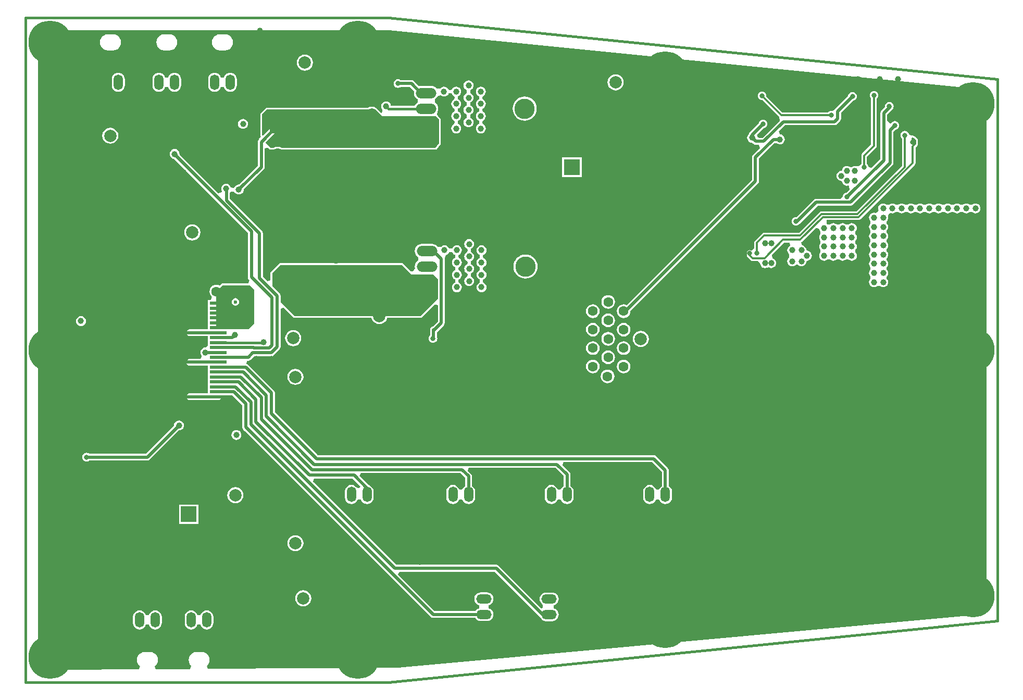
<source format=gbl>
G04 Layer_Physical_Order=4*
G04 Layer_Color=16711680*
%FSLAX44Y44*%
%MOMM*%
G71*
G01*
G75*
%ADD36C,0.3000*%
%ADD38C,0.4000*%
%ADD39C,0.5000*%
%ADD42C,2.5400*%
%ADD43R,2.5400X2.5400*%
%ADD44C,2.0000*%
%ADD45O,1.5000X2.5000*%
%ADD46O,2.5000X1.5000*%
%ADD47C,7.0000*%
%ADD48R,2.5400X2.5400*%
%ADD49C,3.3020*%
%ADD50O,3.3528X1.6764*%
%ADD51C,0.6000*%
%ADD52C,0.7000*%
%ADD53C,0.8000*%
%ADD54C,1.0000*%
%ADD55C,1.6000*%
%ADD56R,2.7000X0.5000*%
G36*
X1752000Y1225000D02*
X1771950Y1210000D01*
Y388950D01*
X1752000Y369000D01*
X815000Y283000D01*
X506409Y281299D01*
X504700Y286289D01*
X505272Y286728D01*
X507355Y289444D01*
X508665Y292606D01*
X509112Y296000D01*
X508665Y299394D01*
X507355Y302556D01*
X505272Y305272D01*
X502556Y307355D01*
X499394Y308665D01*
X496000Y309112D01*
X488000D01*
X484606Y308665D01*
X481444Y307355D01*
X478728Y305272D01*
X476645Y302556D01*
X475335Y299394D01*
X474888Y296000D01*
X475335Y292606D01*
X476645Y289444D01*
X478728Y286728D01*
X479481Y286150D01*
X477796Y281141D01*
X421801Y280832D01*
X420092Y285823D01*
X421272Y286728D01*
X423355Y289444D01*
X424665Y292606D01*
X425112Y296000D01*
X424665Y299394D01*
X423355Y302556D01*
X421272Y305272D01*
X418556Y307355D01*
X415394Y308665D01*
X412000Y309112D01*
X404000D01*
X400606Y308665D01*
X397444Y307355D01*
X394728Y305272D01*
X392645Y302556D01*
X391335Y299394D01*
X390888Y296000D01*
X391335Y292606D01*
X392645Y289444D01*
X394728Y286728D01*
X396081Y285691D01*
X394395Y280681D01*
X270821Y280000D01*
X230000Y320821D01*
Y1286921D01*
X263079Y1320000D01*
X801000Y1320000D01*
X1752000Y1225000D01*
D02*
G37*
%LPC*%
G36*
X1210000Y831112D02*
X1206606Y830665D01*
X1203444Y829355D01*
X1200728Y827272D01*
X1198644Y824556D01*
X1197335Y821394D01*
X1196888Y818000D01*
X1197335Y814606D01*
X1198644Y811444D01*
X1200728Y808728D01*
X1203444Y806645D01*
X1206606Y805335D01*
X1210000Y804888D01*
X1213394Y805335D01*
X1216556Y806645D01*
X1219272Y808728D01*
X1221356Y811444D01*
X1222665Y814606D01*
X1223112Y818000D01*
X1222665Y821394D01*
X1221356Y824556D01*
X1219272Y827272D01*
X1216556Y829355D01*
X1213394Y830665D01*
X1210000Y831112D01*
D02*
G37*
G36*
X645000Y832112D02*
X641606Y831665D01*
X638444Y830356D01*
X635728Y828272D01*
X633644Y825556D01*
X632335Y822394D01*
X631888Y819000D01*
X632335Y815606D01*
X633644Y812444D01*
X635728Y809728D01*
X638444Y807645D01*
X641606Y806335D01*
X645000Y805888D01*
X648394Y806335D01*
X651556Y807645D01*
X654272Y809728D01*
X656356Y812444D01*
X657665Y815606D01*
X658112Y819000D01*
X657665Y822394D01*
X656356Y825556D01*
X654272Y828272D01*
X651556Y830356D01*
X648394Y831665D01*
X645000Y832112D01*
D02*
G37*
G36*
X1157000Y829095D02*
X1154128Y828717D01*
X1151453Y827608D01*
X1149155Y825845D01*
X1147392Y823548D01*
X1146283Y820872D01*
X1145905Y818000D01*
X1146283Y815128D01*
X1147392Y812452D01*
X1149155Y810155D01*
X1151453Y808391D01*
X1154128Y807283D01*
X1157000Y806905D01*
X1159872Y807283D01*
X1162547Y808391D01*
X1164845Y810155D01*
X1166609Y812452D01*
X1167717Y815128D01*
X1168095Y818000D01*
X1167717Y820872D01*
X1166609Y823548D01*
X1164845Y825845D01*
X1162547Y827608D01*
X1159872Y828717D01*
X1157000Y829095D01*
D02*
G37*
G36*
Y799095D02*
X1154128Y798717D01*
X1151453Y797608D01*
X1149155Y795845D01*
X1147392Y793548D01*
X1146283Y790872D01*
X1145905Y788000D01*
X1146283Y785128D01*
X1147392Y782452D01*
X1149155Y780155D01*
X1151453Y778391D01*
X1154128Y777283D01*
X1157000Y776905D01*
X1159872Y777283D01*
X1162547Y778391D01*
X1164845Y780155D01*
X1166609Y782452D01*
X1167717Y785128D01*
X1168095Y788000D01*
X1167717Y790872D01*
X1166609Y793548D01*
X1164845Y795845D01*
X1162547Y797608D01*
X1159872Y798717D01*
X1157000Y799095D01*
D02*
G37*
G36*
X1132000Y814095D02*
X1129128Y813717D01*
X1126453Y812608D01*
X1124155Y810845D01*
X1122392Y808547D01*
X1121283Y805872D01*
X1120905Y803000D01*
X1121283Y800128D01*
X1122392Y797453D01*
X1124155Y795155D01*
X1126453Y793391D01*
X1129128Y792283D01*
X1132000Y791905D01*
X1134872Y792283D01*
X1137547Y793391D01*
X1139845Y795155D01*
X1141609Y797453D01*
X1142717Y800128D01*
X1143095Y803000D01*
X1142717Y805872D01*
X1141609Y808547D01*
X1139845Y810845D01*
X1137547Y812608D01*
X1134872Y813717D01*
X1132000Y814095D01*
D02*
G37*
G36*
X1182000D02*
X1179128Y813717D01*
X1176453Y812608D01*
X1174155Y810845D01*
X1172392Y808547D01*
X1171283Y805872D01*
X1170905Y803000D01*
X1171283Y800128D01*
X1172392Y797453D01*
X1174155Y795155D01*
X1176453Y793391D01*
X1179128Y792283D01*
X1182000Y791905D01*
X1184872Y792283D01*
X1187547Y793391D01*
X1189845Y795155D01*
X1191609Y797453D01*
X1192717Y800128D01*
X1193095Y803000D01*
X1192717Y805872D01*
X1191609Y808547D01*
X1189845Y810845D01*
X1187547Y812608D01*
X1184872Y813717D01*
X1182000Y814095D01*
D02*
G37*
G36*
X300000Y855069D02*
X297912Y854794D01*
X295965Y853988D01*
X294294Y852706D01*
X293012Y851034D01*
X292206Y849088D01*
X291931Y847000D01*
X292206Y844912D01*
X293012Y842965D01*
X294294Y841294D01*
X295965Y840012D01*
X297912Y839206D01*
X300000Y838931D01*
X302088Y839206D01*
X304035Y840012D01*
X305706Y841294D01*
X306988Y842965D01*
X307794Y844912D01*
X308069Y847000D01*
X307794Y849088D01*
X306988Y851034D01*
X305706Y852706D01*
X304035Y853988D01*
X302088Y854794D01*
X300000Y855069D01*
D02*
G37*
G36*
X1132000Y874095D02*
X1129128Y873717D01*
X1126453Y872608D01*
X1124155Y870845D01*
X1122392Y868548D01*
X1121283Y865872D01*
X1120905Y863000D01*
X1121283Y860128D01*
X1122392Y857452D01*
X1124155Y855155D01*
X1126453Y853391D01*
X1129128Y852283D01*
X1132000Y851905D01*
X1134872Y852283D01*
X1137547Y853391D01*
X1139845Y855155D01*
X1141609Y857452D01*
X1142717Y860128D01*
X1143095Y863000D01*
X1142717Y865872D01*
X1141609Y868548D01*
X1139845Y870845D01*
X1137547Y872608D01*
X1134872Y873717D01*
X1132000Y874095D01*
D02*
G37*
G36*
X1157000Y889095D02*
X1154128Y888717D01*
X1151453Y887608D01*
X1149155Y885845D01*
X1147392Y883547D01*
X1146283Y880872D01*
X1145905Y878000D01*
X1146283Y875128D01*
X1147392Y872453D01*
X1149155Y870155D01*
X1151453Y868391D01*
X1154128Y867283D01*
X1157000Y866905D01*
X1159872Y867283D01*
X1162547Y868391D01*
X1164845Y870155D01*
X1166609Y872453D01*
X1167717Y875128D01*
X1168095Y878000D01*
X1167717Y880872D01*
X1166609Y883547D01*
X1164845Y885845D01*
X1162547Y887608D01*
X1159872Y888717D01*
X1157000Y889095D01*
D02*
G37*
G36*
X1132000Y844095D02*
X1129128Y843717D01*
X1126453Y842608D01*
X1124155Y840845D01*
X1122392Y838547D01*
X1121283Y835872D01*
X1120905Y833000D01*
X1121283Y830128D01*
X1122392Y827452D01*
X1124155Y825155D01*
X1126453Y823391D01*
X1129128Y822283D01*
X1132000Y821905D01*
X1134872Y822283D01*
X1137547Y823391D01*
X1139845Y825155D01*
X1141609Y827452D01*
X1142717Y830128D01*
X1143095Y833000D01*
X1142717Y835872D01*
X1141609Y838547D01*
X1139845Y840845D01*
X1137547Y842608D01*
X1134872Y843717D01*
X1132000Y844095D01*
D02*
G37*
G36*
X1182000D02*
X1179128Y843717D01*
X1176453Y842608D01*
X1174155Y840845D01*
X1172392Y838547D01*
X1171283Y835872D01*
X1170905Y833000D01*
X1171283Y830128D01*
X1172392Y827452D01*
X1174155Y825155D01*
X1176453Y823391D01*
X1179128Y822283D01*
X1182000Y821905D01*
X1184872Y822283D01*
X1187547Y823391D01*
X1189845Y825155D01*
X1191609Y827452D01*
X1192717Y830128D01*
X1193095Y833000D01*
X1192717Y835872D01*
X1191609Y838547D01*
X1189845Y840845D01*
X1187547Y842608D01*
X1184872Y843717D01*
X1182000Y844095D01*
D02*
G37*
G36*
X1157000Y859095D02*
X1154128Y858717D01*
X1151453Y857608D01*
X1149155Y855845D01*
X1147392Y853547D01*
X1146283Y850872D01*
X1145905Y848000D01*
X1146283Y845128D01*
X1147392Y842453D01*
X1149155Y840155D01*
X1151453Y838391D01*
X1154128Y837283D01*
X1157000Y836905D01*
X1159872Y837283D01*
X1162547Y838391D01*
X1164845Y840155D01*
X1166609Y842453D01*
X1167717Y845128D01*
X1168095Y848000D01*
X1167717Y850872D01*
X1166609Y853547D01*
X1164845Y855845D01*
X1162547Y857608D01*
X1159872Y858717D01*
X1157000Y859095D01*
D02*
G37*
G36*
X648500Y498862D02*
X645106Y498415D01*
X641944Y497105D01*
X639228Y495022D01*
X637145Y492306D01*
X635835Y489144D01*
X635388Y485750D01*
X635835Y482356D01*
X637145Y479194D01*
X639228Y476478D01*
X641944Y474394D01*
X645106Y473085D01*
X648500Y472638D01*
X651894Y473085D01*
X655056Y474394D01*
X657772Y476478D01*
X659855Y479194D01*
X661165Y482356D01*
X661612Y485750D01*
X661165Y489144D01*
X659855Y492306D01*
X657772Y495022D01*
X655056Y497105D01*
X651894Y498415D01*
X648500Y498862D01*
D02*
G37*
G36*
X490700Y548700D02*
X459300D01*
Y517300D01*
X490700D01*
Y548700D01*
D02*
G37*
G36*
X551000Y577112D02*
X547606Y576665D01*
X544444Y575355D01*
X541728Y573272D01*
X539645Y570556D01*
X538335Y567394D01*
X537888Y564000D01*
X538335Y560606D01*
X539645Y557444D01*
X541728Y554728D01*
X544444Y552645D01*
X547606Y551335D01*
X551000Y550888D01*
X554394Y551335D01*
X557556Y552645D01*
X560272Y554728D01*
X562355Y557444D01*
X563665Y560606D01*
X564112Y564000D01*
X563665Y567394D01*
X562355Y570556D01*
X560272Y573272D01*
X557556Y575355D01*
X554394Y576665D01*
X551000Y577112D01*
D02*
G37*
G36*
X420700Y376591D02*
X417959Y376230D01*
X415405Y375172D01*
X413211Y373489D01*
X411528Y371295D01*
X410470Y368741D01*
X405530D01*
X404472Y371295D01*
X402789Y373489D01*
X400595Y375172D01*
X398041Y376230D01*
X395300Y376591D01*
X392559Y376230D01*
X390005Y375172D01*
X387811Y373489D01*
X386128Y371295D01*
X385070Y368741D01*
X384709Y366000D01*
Y356000D01*
X385070Y353259D01*
X386128Y350705D01*
X387811Y348511D01*
X390005Y346828D01*
X392559Y345770D01*
X395300Y345409D01*
X398041Y345770D01*
X400595Y346828D01*
X402789Y348511D01*
X404472Y350705D01*
X405530Y353259D01*
X410470D01*
X411528Y350705D01*
X413211Y348511D01*
X415405Y346828D01*
X417959Y345770D01*
X420700Y345409D01*
X423441Y345770D01*
X425995Y346828D01*
X428189Y348511D01*
X429872Y350705D01*
X430930Y353259D01*
X431291Y356000D01*
Y366000D01*
X430930Y368741D01*
X429872Y371295D01*
X428189Y373489D01*
X425995Y375172D01*
X423441Y376230D01*
X420700Y376591D01*
D02*
G37*
G36*
X504700D02*
X501959Y376230D01*
X499405Y375172D01*
X497211Y373489D01*
X495528Y371295D01*
X494470Y368741D01*
X489530D01*
X488472Y371295D01*
X486789Y373489D01*
X484595Y375172D01*
X482041Y376230D01*
X479300Y376591D01*
X476559Y376230D01*
X474005Y375172D01*
X471811Y373489D01*
X470128Y371295D01*
X469070Y368741D01*
X468709Y366000D01*
Y356000D01*
X469070Y353259D01*
X470128Y350705D01*
X471811Y348511D01*
X474005Y346828D01*
X476559Y345770D01*
X479300Y345409D01*
X482041Y345770D01*
X484595Y346828D01*
X486789Y348511D01*
X488472Y350705D01*
X489530Y353259D01*
X494470D01*
X495528Y350705D01*
X497211Y348511D01*
X499405Y346828D01*
X501959Y345770D01*
X504700Y345409D01*
X507441Y345770D01*
X509995Y346828D01*
X512189Y348511D01*
X513872Y350705D01*
X514930Y353259D01*
X515291Y356000D01*
Y366000D01*
X514930Y368741D01*
X513872Y371295D01*
X512189Y373489D01*
X509995Y375172D01*
X507441Y376230D01*
X504700Y376591D01*
D02*
G37*
G36*
X661250Y409362D02*
X657856Y408915D01*
X654694Y407606D01*
X651978Y405522D01*
X649894Y402806D01*
X648585Y399644D01*
X648138Y396250D01*
X648585Y392856D01*
X649894Y389694D01*
X651978Y386978D01*
X654694Y384894D01*
X657856Y383585D01*
X661250Y383138D01*
X664644Y383585D01*
X667806Y384894D01*
X670522Y386978D01*
X672605Y389694D01*
X673915Y392856D01*
X674362Y396250D01*
X673915Y399644D01*
X672605Y402806D01*
X670522Y405522D01*
X667806Y407606D01*
X664644Y408915D01*
X661250Y409362D01*
D02*
G37*
G36*
X1156000Y768095D02*
X1153128Y767717D01*
X1150453Y766609D01*
X1148155Y764845D01*
X1146392Y762548D01*
X1145283Y759872D01*
X1144905Y757000D01*
X1145283Y754128D01*
X1146392Y751452D01*
X1148155Y749155D01*
X1150453Y747392D01*
X1153128Y746283D01*
X1156000Y745905D01*
X1158872Y746283D01*
X1161547Y747392D01*
X1163845Y749155D01*
X1165609Y751452D01*
X1166717Y754128D01*
X1167095Y757000D01*
X1166717Y759872D01*
X1165609Y762548D01*
X1163845Y764845D01*
X1161547Y766609D01*
X1158872Y767717D01*
X1156000Y768095D01*
D02*
G37*
G36*
X1132000Y784095D02*
X1129128Y783717D01*
X1126453Y782608D01*
X1124155Y780845D01*
X1122392Y778547D01*
X1121283Y775872D01*
X1120905Y773000D01*
X1121283Y770128D01*
X1122392Y767453D01*
X1124155Y765155D01*
X1126453Y763391D01*
X1129128Y762283D01*
X1132000Y761905D01*
X1134872Y762283D01*
X1137547Y763391D01*
X1139845Y765155D01*
X1141609Y767453D01*
X1142717Y770128D01*
X1143095Y773000D01*
X1142717Y775872D01*
X1141609Y778547D01*
X1139845Y780845D01*
X1137547Y782608D01*
X1134872Y783717D01*
X1132000Y784095D01*
D02*
G37*
G36*
X1182000D02*
X1179128Y783717D01*
X1176453Y782608D01*
X1174155Y780845D01*
X1172392Y778547D01*
X1171283Y775872D01*
X1170905Y773000D01*
X1171283Y770128D01*
X1172392Y767453D01*
X1174155Y765155D01*
X1176453Y763391D01*
X1179128Y762283D01*
X1182000Y761905D01*
X1184872Y762283D01*
X1187547Y763391D01*
X1189845Y765155D01*
X1191609Y767453D01*
X1192717Y770128D01*
X1193095Y773000D01*
X1192717Y775872D01*
X1191609Y778547D01*
X1189845Y780845D01*
X1187547Y782608D01*
X1184872Y783717D01*
X1182000Y784095D01*
D02*
G37*
G36*
X552750Y669819D02*
X550662Y669544D01*
X548716Y668738D01*
X547044Y667456D01*
X545762Y665785D01*
X544956Y663838D01*
X544681Y661750D01*
X544956Y659662D01*
X545762Y657716D01*
X547044Y656044D01*
X548716Y654762D01*
X550662Y653956D01*
X552750Y653681D01*
X554838Y653956D01*
X556785Y654762D01*
X558456Y656044D01*
X559738Y657716D01*
X560544Y659662D01*
X560819Y661750D01*
X560544Y663838D01*
X559738Y665785D01*
X558456Y667456D01*
X556785Y668738D01*
X554838Y669544D01*
X552750Y669819D01*
D02*
G37*
G36*
X459250Y685319D02*
X457162Y685044D01*
X455215Y684238D01*
X453544Y682956D01*
X452262Y681284D01*
X451456Y679338D01*
X451181Y677250D01*
X451197Y677128D01*
X405427Y631358D01*
X313441D01*
X312780Y631864D01*
X311077Y632570D01*
X309250Y632810D01*
X307423Y632570D01*
X305720Y631864D01*
X304258Y630742D01*
X303136Y629280D01*
X302430Y627577D01*
X302190Y625750D01*
X302430Y623923D01*
X303136Y622220D01*
X304258Y620757D01*
X305720Y619636D01*
X307423Y618930D01*
X309250Y618690D01*
X311077Y618930D01*
X312780Y619636D01*
X313441Y620142D01*
X407750D01*
X409896Y620569D01*
X411715Y621785D01*
X459128Y669197D01*
X459250Y669181D01*
X461338Y669456D01*
X463284Y670262D01*
X464956Y671544D01*
X466238Y673215D01*
X467044Y675162D01*
X467319Y677250D01*
X467044Y679338D01*
X466238Y681284D01*
X464956Y682956D01*
X463284Y684238D01*
X461338Y685044D01*
X459250Y685319D01*
D02*
G37*
G36*
X648500Y769362D02*
X645106Y768915D01*
X641944Y767606D01*
X639228Y765522D01*
X637145Y762806D01*
X635835Y759644D01*
X635388Y756250D01*
X635835Y752856D01*
X637145Y749694D01*
X639228Y746978D01*
X641944Y744894D01*
X645106Y743585D01*
X648500Y743138D01*
X651894Y743585D01*
X655056Y744894D01*
X657772Y746978D01*
X659855Y749694D01*
X661165Y752856D01*
X661612Y756250D01*
X661165Y759644D01*
X659855Y762806D01*
X657772Y765522D01*
X655056Y767606D01*
X651894Y768915D01*
X648500Y769362D01*
D02*
G37*
G36*
X534000Y1313112D02*
X526000D01*
X522606Y1312665D01*
X519444Y1311355D01*
X516728Y1309272D01*
X514645Y1306556D01*
X513335Y1303394D01*
X512888Y1300000D01*
X513335Y1296606D01*
X514645Y1293444D01*
X516728Y1290728D01*
X519444Y1288645D01*
X522606Y1287335D01*
X526000Y1286888D01*
X534000D01*
X537394Y1287335D01*
X540556Y1288645D01*
X543272Y1290728D01*
X545355Y1293444D01*
X546665Y1296606D01*
X547112Y1300000D01*
X546665Y1303394D01*
X545355Y1306556D01*
X543272Y1309272D01*
X540556Y1311355D01*
X537394Y1312665D01*
X534000Y1313112D01*
D02*
G37*
G36*
X930000Y1238069D02*
X927912Y1237794D01*
X925965Y1236988D01*
X924294Y1235706D01*
X923012Y1234035D01*
X922206Y1232088D01*
X921931Y1230000D01*
X922206Y1227912D01*
X923012Y1225965D01*
X924294Y1224294D01*
X925965Y1223012D01*
X926982Y1222591D01*
X927411Y1220378D01*
Y1219622D01*
X926982Y1217409D01*
X925965Y1216988D01*
X924294Y1215706D01*
X923012Y1214035D01*
X922206Y1212088D01*
X921931Y1210000D01*
X922206Y1207912D01*
X923012Y1205965D01*
X924294Y1204294D01*
X925965Y1203012D01*
X926982Y1202591D01*
X927411Y1200378D01*
Y1199622D01*
X926982Y1197409D01*
X925965Y1196988D01*
X924294Y1195706D01*
X923012Y1194035D01*
X922206Y1192088D01*
X921931Y1190000D01*
X922206Y1187912D01*
X923012Y1185965D01*
X924294Y1184294D01*
X925965Y1183012D01*
X926982Y1182591D01*
X927411Y1180378D01*
Y1179622D01*
X926982Y1177409D01*
X925965Y1176988D01*
X924294Y1175706D01*
X923012Y1174035D01*
X922206Y1172088D01*
X921931Y1170000D01*
X922206Y1167912D01*
X923012Y1165965D01*
X924294Y1164294D01*
X925965Y1163012D01*
X927912Y1162206D01*
X930000Y1161931D01*
X932088Y1162206D01*
X934035Y1163012D01*
X935706Y1164294D01*
X936988Y1165965D01*
X937794Y1167912D01*
X938069Y1170000D01*
X937794Y1172088D01*
X936988Y1174035D01*
X935706Y1175706D01*
X934035Y1176988D01*
X933018Y1177409D01*
X932589Y1179622D01*
Y1180378D01*
X933018Y1182591D01*
X934035Y1183012D01*
X935706Y1184294D01*
X936988Y1185965D01*
X937794Y1187912D01*
X938069Y1190000D01*
X937794Y1192088D01*
X936988Y1194035D01*
X935706Y1195706D01*
X934035Y1196988D01*
X933018Y1197409D01*
X932589Y1199622D01*
Y1200378D01*
X933018Y1202591D01*
X934035Y1203012D01*
X935706Y1204294D01*
X936988Y1205965D01*
X937794Y1207912D01*
X938069Y1210000D01*
X937794Y1212088D01*
X936988Y1214035D01*
X935706Y1215706D01*
X934035Y1216988D01*
X933018Y1217409D01*
X932589Y1219622D01*
Y1220378D01*
X933018Y1222591D01*
X934035Y1223012D01*
X935706Y1224294D01*
X936988Y1225965D01*
X937794Y1227912D01*
X938069Y1230000D01*
X937794Y1232088D01*
X936988Y1234035D01*
X935706Y1235706D01*
X934035Y1236988D01*
X932088Y1237794D01*
X930000Y1238069D01*
D02*
G37*
G36*
X1021260Y1211854D02*
X1017435Y1211478D01*
X1013758Y1210362D01*
X1010368Y1208550D01*
X1007398Y1206112D01*
X1004959Y1203142D01*
X1003148Y1199752D01*
X1002032Y1196075D01*
X1001656Y1192250D01*
X1002032Y1188425D01*
X1003148Y1184748D01*
X1004959Y1181358D01*
X1007398Y1178388D01*
X1010368Y1175949D01*
X1013758Y1174138D01*
X1017435Y1173022D01*
X1021260Y1172646D01*
X1025085Y1173022D01*
X1028762Y1174138D01*
X1032152Y1175949D01*
X1035122Y1178388D01*
X1037561Y1181358D01*
X1039372Y1184748D01*
X1040488Y1188425D01*
X1040864Y1192250D01*
X1040488Y1196075D01*
X1039372Y1199752D01*
X1037561Y1203142D01*
X1035122Y1206112D01*
X1032152Y1208550D01*
X1028762Y1210362D01*
X1025085Y1211478D01*
X1021260Y1211854D01*
D02*
G37*
G36*
X360700Y1250591D02*
X357959Y1250230D01*
X355405Y1249172D01*
X353211Y1247489D01*
X351528Y1245295D01*
X350470Y1242741D01*
X350109Y1240000D01*
Y1230000D01*
X350470Y1227259D01*
X351528Y1224705D01*
X353211Y1222511D01*
X355405Y1220828D01*
X357959Y1219770D01*
X360700Y1219409D01*
X363441Y1219770D01*
X365995Y1220828D01*
X368189Y1222511D01*
X369872Y1224705D01*
X370930Y1227259D01*
X371291Y1230000D01*
Y1240000D01*
X370930Y1242741D01*
X369872Y1245295D01*
X368189Y1247489D01*
X365995Y1249172D01*
X363441Y1250230D01*
X360700Y1250591D01*
D02*
G37*
G36*
X815500Y1240060D02*
X813673Y1239820D01*
X811970Y1239115D01*
X810508Y1237992D01*
X809386Y1236530D01*
X808680Y1234827D01*
X808440Y1233000D01*
X808680Y1231173D01*
X809386Y1229470D01*
X810508Y1228008D01*
X811970Y1226886D01*
X813673Y1226180D01*
X815500Y1225940D01*
X817327Y1226180D01*
X819030Y1226886D01*
X819691Y1227392D01*
X834945D01*
X841584Y1220754D01*
X841529Y1220621D01*
X841138Y1217650D01*
X841529Y1214679D01*
X842676Y1211910D01*
X844500Y1209532D01*
X846878Y1207708D01*
X847003Y1207656D01*
Y1202244D01*
X846878Y1202192D01*
X844500Y1200368D01*
X842676Y1197990D01*
X842410Y1197348D01*
X803892D01*
X803794Y1198088D01*
X802988Y1200034D01*
X801706Y1201706D01*
X800034Y1202988D01*
X798088Y1203794D01*
X796000Y1204069D01*
X793912Y1203794D01*
X791965Y1202988D01*
X790294Y1201706D01*
X789012Y1200034D01*
X788206Y1198088D01*
X787931Y1196000D01*
X788206Y1193912D01*
X789012Y1191965D01*
X789816Y1190918D01*
X789576Y1188126D01*
X788630Y1185269D01*
X788386Y1185190D01*
X780601Y1192975D01*
X780601Y1192975D01*
X779608Y1193638D01*
X779245Y1193711D01*
X779056Y1193856D01*
X775894Y1195165D01*
X772500Y1195612D01*
X769106Y1195165D01*
X765982Y1193871D01*
X602188Y1193871D01*
X602188Y1193871D01*
X601017Y1193638D01*
X600025Y1192975D01*
X592212Y1185163D01*
X591549Y1184171D01*
X591316Y1183000D01*
X591316Y1183000D01*
Y1148965D01*
X591464Y1148221D01*
X591549Y1147794D01*
X592212Y1146802D01*
X589602Y1142533D01*
X589035Y1141965D01*
X587819Y1140146D01*
X587392Y1138000D01*
Y1099573D01*
X556622Y1068803D01*
X556500Y1068819D01*
X554412Y1068544D01*
X552466Y1067738D01*
X550794Y1066456D01*
X549512Y1064784D01*
X548918Y1063349D01*
X548545Y1062866D01*
X544000Y1063640D01*
X543919Y1063807D01*
X543993Y1063642D01*
X543993D01*
X543794Y1064088D01*
X543582Y1064601D01*
X542988Y1066034D01*
X541706Y1067706D01*
X540034Y1068988D01*
X538088Y1069794D01*
X536000Y1070069D01*
X533912Y1069794D01*
X531965Y1068988D01*
X530294Y1067706D01*
X529012Y1066034D01*
X528206Y1064088D01*
X527931Y1062000D01*
X528206Y1059912D01*
X529012Y1057965D01*
X529031Y1057941D01*
X528740Y1056012D01*
X523480Y1054281D01*
X523369Y1054312D01*
X460187Y1117494D01*
X460319Y1118500D01*
X460044Y1120588D01*
X459238Y1122534D01*
X457956Y1124206D01*
X456284Y1125488D01*
X454338Y1126294D01*
X452250Y1126569D01*
X450162Y1126294D01*
X448215Y1125488D01*
X446544Y1124206D01*
X445262Y1122534D01*
X444456Y1120588D01*
X444181Y1118500D01*
X444456Y1116412D01*
X445262Y1114465D01*
X446544Y1112794D01*
X448215Y1111512D01*
X450162Y1110706D01*
X451258Y1110562D01*
X571392Y990427D01*
Y918343D01*
X571819Y916197D01*
X573035Y914378D01*
X574353Y913059D01*
X572282Y908059D01*
X530000Y908059D01*
X530000Y908059D01*
X528829Y907826D01*
X527837Y907163D01*
X527837Y907163D01*
X525360Y904686D01*
X522872Y905717D01*
X520000Y906095D01*
X517128Y905717D01*
X514453Y904609D01*
X512155Y902845D01*
X510392Y900547D01*
X509283Y897872D01*
X508905Y895000D01*
X509283Y892128D01*
X510392Y889453D01*
X512155Y887155D01*
X513008Y886500D01*
X511311Y881500D01*
X506500D01*
Y870500D01*
Y862500D01*
Y854500D01*
Y846500D01*
Y833608D01*
X477000D01*
X476500Y833508D01*
D01*
X474854Y833181D01*
X473035Y831965D01*
X471819Y830146D01*
X471392Y828000D01*
X471819Y825854D01*
X473035Y824035D01*
X474854Y822819D01*
X476500Y822492D01*
D01*
X477000Y822392D01*
X506500D01*
Y814500D01*
Y808311D01*
X506116Y807509D01*
X503006Y804501D01*
X502250Y804069D01*
X500162Y803794D01*
X498215Y802988D01*
X496544Y801706D01*
X495262Y800034D01*
X494456Y798088D01*
X494181Y796000D01*
X494456Y793912D01*
X495262Y791965D01*
X496304Y790608D01*
X496058Y789212D01*
X494439Y785608D01*
X477000D01*
X476500Y785508D01*
D01*
X474854Y785181D01*
X473035Y783965D01*
X471819Y782146D01*
X471392Y780000D01*
X471819Y777854D01*
X473035Y776035D01*
X474854Y774819D01*
X476500Y774492D01*
D01*
X477000Y774392D01*
X506500D01*
Y766500D01*
Y758500D01*
Y750500D01*
Y742500D01*
Y729608D01*
X477000D01*
X476500Y729508D01*
D01*
X474854Y729181D01*
D01*
X473035Y727965D01*
X471819Y726146D01*
X471392Y724000D01*
X471819Y721854D01*
X473035Y720035D01*
X474854Y718819D01*
X477000Y718392D01*
X523000D01*
X525146Y718819D01*
X526965Y720035D01*
X528181Y721854D01*
X528608Y724000D01*
X533230Y726392D01*
X546427D01*
X562392Y710427D01*
Y674500D01*
X562819Y672354D01*
X564035Y670535D01*
X868535Y366035D01*
X870354Y364819D01*
X872500Y364392D01*
X941068D01*
X942511Y362511D01*
X944705Y360828D01*
X947259Y359770D01*
X950000Y359409D01*
X960000D01*
X962741Y359770D01*
X965295Y360828D01*
X967489Y362511D01*
X969172Y364705D01*
X970230Y367259D01*
X970591Y370000D01*
X970230Y372741D01*
X969172Y375295D01*
X967489Y377489D01*
X965295Y379172D01*
X962741Y380230D01*
Y385170D01*
X965295Y386228D01*
X967489Y387911D01*
X969172Y390105D01*
X970230Y392659D01*
X970591Y395400D01*
X970230Y398141D01*
X969172Y400695D01*
X967489Y402889D01*
X965295Y404572D01*
X962741Y405630D01*
X960000Y405991D01*
X950000D01*
X947259Y405630D01*
X944705Y404572D01*
X942511Y402889D01*
X940828Y400695D01*
X939770Y398141D01*
X939409Y395400D01*
X939770Y392659D01*
X940828Y390105D01*
X942511Y387911D01*
X944705Y386228D01*
X947259Y385170D01*
Y380230D01*
X944705Y379172D01*
X942511Y377489D01*
X941068Y375608D01*
X874823D01*
X815658Y434773D01*
X817571Y439392D01*
X972677D01*
X1046166Y365903D01*
X1046828Y364305D01*
X1048511Y362111D01*
X1050705Y360428D01*
X1053259Y359370D01*
X1056000Y359009D01*
X1066000D01*
X1068741Y359370D01*
X1071295Y360428D01*
X1073489Y362111D01*
X1075172Y364305D01*
X1076230Y366859D01*
X1076591Y369600D01*
X1076230Y372341D01*
X1075172Y374895D01*
X1073489Y377089D01*
X1071295Y378772D01*
X1068741Y379830D01*
Y384770D01*
X1071295Y385828D01*
X1073489Y387511D01*
X1075172Y389705D01*
X1076230Y392259D01*
X1076591Y395000D01*
X1076230Y397741D01*
X1075172Y400295D01*
X1073489Y402489D01*
X1071295Y404172D01*
X1068741Y405230D01*
X1066000Y405591D01*
X1056000D01*
X1053259Y405230D01*
X1050705Y404172D01*
X1048511Y402489D01*
X1046828Y400295D01*
X1045770Y397741D01*
X1045409Y395000D01*
X1045770Y392259D01*
X1046828Y389705D01*
X1048511Y387511D01*
X1050499Y385986D01*
X1050669Y384939D01*
X1050489Y380506D01*
X1048371Y379560D01*
X978965Y448965D01*
X977146Y450181D01*
X975000Y450608D01*
X812323D01*
X676908Y586023D01*
X678821Y590642D01*
X741427D01*
X754328Y577741D01*
X753749Y576343D01*
X751215Y575810D01*
X748208Y576030D01*
X747089Y577489D01*
X744895Y579172D01*
X742341Y580230D01*
X739600Y580591D01*
X736859Y580230D01*
X734305Y579172D01*
X732111Y577489D01*
X730428Y575295D01*
X729370Y572741D01*
X729009Y570000D01*
Y560000D01*
X729370Y557259D01*
X730428Y554705D01*
X732111Y552511D01*
X734305Y550828D01*
X736859Y549770D01*
X739600Y549409D01*
X742341Y549770D01*
X744895Y550828D01*
X747089Y552511D01*
X748772Y554705D01*
X749830Y557259D01*
X754770D01*
X755828Y554705D01*
X757511Y552511D01*
X759705Y550828D01*
X762259Y549770D01*
X765000Y549409D01*
X767741Y549770D01*
X770295Y550828D01*
X772489Y552511D01*
X774172Y554705D01*
X775230Y557259D01*
X775591Y560000D01*
Y570000D01*
X775230Y572741D01*
X774172Y575295D01*
X772489Y577489D01*
X770295Y579172D01*
X767741Y580230D01*
X767695Y580236D01*
X752908Y595023D01*
X754821Y599642D01*
X917027D01*
X924392Y592277D01*
Y578932D01*
X922511Y577489D01*
X920828Y575295D01*
X919770Y572741D01*
X914830D01*
X913772Y575295D01*
X912089Y577489D01*
X909895Y579172D01*
X907341Y580230D01*
X904600Y580591D01*
X901859Y580230D01*
X899305Y579172D01*
X897111Y577489D01*
X895428Y575295D01*
X894370Y572741D01*
X894009Y570000D01*
Y560000D01*
X894370Y557259D01*
X895428Y554705D01*
X897111Y552511D01*
X899305Y550828D01*
X901859Y549770D01*
X904600Y549409D01*
X907341Y549770D01*
X909895Y550828D01*
X912089Y552511D01*
X913772Y554705D01*
X914830Y557259D01*
X919770D01*
X920828Y554705D01*
X922511Y552511D01*
X924705Y550828D01*
X927259Y549770D01*
X930000Y549409D01*
X932741Y549770D01*
X935295Y550828D01*
X937489Y552511D01*
X939172Y554705D01*
X940230Y557259D01*
X940591Y560000D01*
Y570000D01*
X940230Y572741D01*
X939172Y575295D01*
X937489Y577489D01*
X935608Y578932D01*
Y594600D01*
X935181Y596746D01*
X933965Y598565D01*
X928758Y603773D01*
X930671Y608392D01*
X1071377D01*
X1084392Y595377D01*
Y578932D01*
X1082511Y577489D01*
X1080828Y575295D01*
X1079770Y572741D01*
X1074830D01*
X1073772Y575295D01*
X1072089Y577489D01*
X1069895Y579172D01*
X1067341Y580230D01*
X1064600Y580591D01*
X1061859Y580230D01*
X1059305Y579172D01*
X1057111Y577489D01*
X1055428Y575295D01*
X1054370Y572741D01*
X1054009Y570000D01*
Y560000D01*
X1054370Y557259D01*
X1055428Y554705D01*
X1057111Y552511D01*
X1059305Y550828D01*
X1061859Y549770D01*
X1064600Y549409D01*
X1067341Y549770D01*
X1069895Y550828D01*
X1072089Y552511D01*
X1073772Y554705D01*
X1074830Y557259D01*
X1079770D01*
X1080828Y554705D01*
X1082511Y552511D01*
X1084705Y550828D01*
X1087259Y549770D01*
X1090000Y549409D01*
X1092741Y549770D01*
X1095295Y550828D01*
X1097489Y552511D01*
X1099172Y554705D01*
X1100230Y557259D01*
X1100591Y560000D01*
Y570000D01*
X1100230Y572741D01*
X1099172Y575295D01*
X1097489Y577489D01*
X1095608Y578932D01*
Y597700D01*
X1095181Y599846D01*
X1093965Y601665D01*
X1082608Y613023D01*
X1084521Y617642D01*
X1228527D01*
X1244392Y601777D01*
Y578932D01*
X1242511Y577489D01*
X1240828Y575295D01*
X1239770Y572741D01*
X1234830D01*
X1233772Y575295D01*
X1232089Y577489D01*
X1229895Y579172D01*
X1227341Y580230D01*
X1224600Y580591D01*
X1221859Y580230D01*
X1219305Y579172D01*
X1217111Y577489D01*
X1215428Y575295D01*
X1214370Y572741D01*
X1214009Y570000D01*
Y560000D01*
X1214370Y557259D01*
X1215428Y554705D01*
X1217111Y552511D01*
X1219305Y550828D01*
X1221859Y549770D01*
X1224600Y549409D01*
X1227341Y549770D01*
X1229895Y550828D01*
X1232089Y552511D01*
X1233772Y554705D01*
X1234830Y557259D01*
X1239770D01*
X1240828Y554705D01*
X1242511Y552511D01*
X1244705Y550828D01*
X1247259Y549770D01*
X1250000Y549409D01*
X1252741Y549770D01*
X1255295Y550828D01*
X1257489Y552511D01*
X1259172Y554705D01*
X1260230Y557259D01*
X1260591Y560000D01*
Y570000D01*
X1260230Y572741D01*
X1259172Y575295D01*
X1257489Y577489D01*
X1255608Y578932D01*
Y604100D01*
X1255181Y606246D01*
X1253965Y608065D01*
X1234815Y627215D01*
X1232996Y628431D01*
X1230850Y628858D01*
X685073D01*
X615108Y698823D01*
Y730250D01*
X614681Y732396D01*
X613465Y734215D01*
X571715Y775965D01*
X569896Y777181D01*
X568833Y777392D01*
X569326Y782392D01*
X572000D01*
X574146Y782819D01*
X575965Y784035D01*
X581573Y789642D01*
X609250D01*
X611396Y790069D01*
X613215Y791285D01*
X622965Y801035D01*
X624181Y802854D01*
X624608Y805000D01*
Y867034D01*
X629227Y868947D01*
X645337Y852837D01*
X646329Y852174D01*
X647500Y851941D01*
X647500Y851941D01*
X772290Y851941D01*
X772335Y851606D01*
X773644Y848444D01*
X775728Y845728D01*
X778444Y843644D01*
X781606Y842335D01*
X785000Y841888D01*
X788394Y842335D01*
X791556Y843644D01*
X794272Y845728D01*
X796356Y848444D01*
X797665Y851606D01*
X797710Y851941D01*
X852000D01*
X853170Y852174D01*
X854163Y852837D01*
X854163Y852837D01*
X875523Y874197D01*
X880142Y872284D01*
Y846073D01*
X872285Y838215D01*
X870854Y837931D01*
X869035Y836715D01*
X867819Y834896D01*
X867392Y832750D01*
Y823596D01*
X867258Y823493D01*
X866135Y822030D01*
X865430Y820327D01*
X865190Y818500D01*
X865430Y816673D01*
X866135Y814970D01*
X867258Y813508D01*
X868720Y812385D01*
X870423Y811680D01*
X872250Y811440D01*
X874077Y811680D01*
X875780Y812385D01*
X877242Y813508D01*
X878364Y814970D01*
X879070Y816673D01*
X879310Y818500D01*
X879070Y820327D01*
X878608Y821443D01*
Y828677D01*
X889715Y839785D01*
X890931Y841604D01*
X891358Y843750D01*
Y948250D01*
X891189Y949098D01*
X892397Y952346D01*
X894115Y954631D01*
X895034Y955012D01*
X896706Y956294D01*
X897988Y957965D01*
X898409Y958982D01*
X900622Y959411D01*
X901378D01*
X903591Y958982D01*
X904012Y957965D01*
X905294Y956294D01*
X906965Y955012D01*
X907982Y954591D01*
X908411Y952378D01*
Y951622D01*
X907982Y949409D01*
X906965Y948988D01*
X905294Y947706D01*
X904012Y946034D01*
X903206Y944088D01*
X902931Y942000D01*
X903206Y939912D01*
X904012Y937965D01*
X905294Y936294D01*
X906965Y935012D01*
X907982Y934591D01*
X908410Y932378D01*
Y931621D01*
X907982Y929409D01*
X906965Y928988D01*
X905294Y927706D01*
X904012Y926034D01*
X903206Y924088D01*
X902931Y922000D01*
X903206Y919912D01*
X904012Y917965D01*
X905294Y916294D01*
X906965Y915012D01*
X907982Y914591D01*
X908411Y912378D01*
Y911622D01*
X907982Y909409D01*
X906965Y908988D01*
X905294Y907706D01*
X904012Y906034D01*
X903206Y904088D01*
X902931Y902000D01*
X903206Y899912D01*
X904012Y897965D01*
X905294Y896294D01*
X906965Y895012D01*
X908912Y894206D01*
X911000Y893931D01*
X913088Y894206D01*
X915034Y895012D01*
X916706Y896294D01*
X917988Y897965D01*
X918794Y899912D01*
X919069Y902000D01*
X918794Y904088D01*
X917988Y906034D01*
X916706Y907706D01*
X915034Y908988D01*
X914018Y909409D01*
X913589Y911622D01*
Y912378D01*
X914018Y914591D01*
X915034Y915012D01*
X916706Y916294D01*
X917988Y917965D01*
X918794Y919912D01*
X919069Y922000D01*
X918794Y924088D01*
X917988Y926034D01*
X916706Y927706D01*
X915034Y928988D01*
X914018Y929409D01*
X913589Y931621D01*
Y932378D01*
X914018Y934591D01*
X915034Y935012D01*
X916706Y936294D01*
X917988Y937965D01*
X918794Y939912D01*
X919069Y942000D01*
X918794Y944088D01*
X917988Y946034D01*
X916706Y947706D01*
X915034Y948988D01*
X914018Y949409D01*
X913589Y951622D01*
Y952378D01*
X914018Y954591D01*
X915034Y955012D01*
X916706Y956294D01*
X917988Y957965D01*
X918794Y959912D01*
X919069Y962000D01*
X918794Y964088D01*
X917988Y966034D01*
X916706Y967706D01*
X915034Y968988D01*
X913088Y969794D01*
X911000Y970069D01*
X908912Y969794D01*
X906965Y968988D01*
X905294Y967706D01*
X904012Y966034D01*
X903591Y965018D01*
X901378Y964589D01*
X900622D01*
X898409Y965018D01*
X897988Y966034D01*
X896706Y967706D01*
X895034Y968988D01*
X893088Y969794D01*
X891000Y970069D01*
X888912Y969794D01*
X886965Y968988D01*
X885484Y967851D01*
X885236Y967692D01*
X884491Y967524D01*
X880145Y967758D01*
X879493Y968049D01*
X878750Y969018D01*
X876372Y970842D01*
X873603Y971989D01*
X870632Y972380D01*
X853868D01*
X850897Y971989D01*
X848128Y970842D01*
X845750Y969018D01*
X843926Y966640D01*
X842779Y963871D01*
X842388Y960900D01*
X842779Y957929D01*
X843926Y955160D01*
X845750Y952782D01*
X848128Y950958D01*
X848253Y950906D01*
Y945494D01*
X848128Y945442D01*
X845750Y943618D01*
X843926Y941240D01*
X842779Y938471D01*
X842388Y935500D01*
X842779Y932529D01*
X842831Y932403D01*
X840094Y927527D01*
X836519Y927307D01*
X823413Y940413D01*
X823413Y940413D01*
X822421Y941076D01*
X821250Y941309D01*
X821250Y941309D01*
X718312Y941309D01*
X717872Y941221D01*
X717424Y941177D01*
X716978Y941042D01*
X714500Y940798D01*
X712022Y941042D01*
X711575Y941177D01*
X711128Y941221D01*
X710688Y941309D01*
X624250D01*
X624250Y941309D01*
X623079Y941076D01*
X622087Y940413D01*
X622087Y940413D01*
X608837Y927163D01*
X608174Y926171D01*
X607941Y925000D01*
X607941Y925000D01*
Y913522D01*
X603322Y911609D01*
X595608Y919323D01*
Y989750D01*
X595181Y991896D01*
X593965Y993715D01*
X542108Y1045573D01*
Y1055515D01*
X543931Y1057409D01*
X544909Y1057665D01*
X549179Y1056784D01*
X549726Y1056436D01*
X550794Y1055044D01*
X552466Y1053762D01*
X554412Y1052956D01*
X556500Y1052681D01*
X558588Y1052956D01*
X560535Y1053762D01*
X562206Y1055044D01*
X563488Y1056715D01*
X564294Y1058662D01*
X564569Y1060750D01*
X564553Y1060872D01*
X596965Y1093285D01*
X598181Y1095104D01*
X598608Y1097250D01*
Y1127284D01*
X603227Y1129197D01*
X605837Y1126587D01*
X606829Y1125924D01*
X608000Y1125691D01*
X608000Y1125691D01*
X612855D01*
X613003Y1125721D01*
X613154Y1125706D01*
X613584Y1125836D01*
X614025Y1125924D01*
X614151Y1126008D01*
X614296Y1126052D01*
X614639Y1126236D01*
X617022Y1126958D01*
X619500Y1127202D01*
X621978Y1126958D01*
X624361Y1126236D01*
X624703Y1126052D01*
X624849Y1126008D01*
X624975Y1125924D01*
X625416Y1125836D01*
X625846Y1125706D01*
X625997Y1125721D01*
X626145Y1125691D01*
X876500D01*
X876706Y1125732D01*
X876916Y1125720D01*
X877286Y1125848D01*
X877671Y1125924D01*
X877845Y1126041D01*
X878044Y1126109D01*
X878337Y1126369D01*
X878663Y1126587D01*
X878780Y1126762D01*
X878937Y1126901D01*
X884437Y1134151D01*
X884608Y1134504D01*
X884826Y1134829D01*
X884867Y1135036D01*
X884959Y1135225D01*
X884982Y1135616D01*
X885059Y1136000D01*
Y1174750D01*
X885059Y1174750D01*
X884826Y1175921D01*
X884163Y1176913D01*
X884163Y1176913D01*
X880678Y1180398D01*
X878711Y1182709D01*
X879324Y1186510D01*
X880471Y1189279D01*
X880862Y1192250D01*
X880471Y1195221D01*
X879324Y1197990D01*
X877500Y1200368D01*
X875122Y1202192D01*
X874997Y1202244D01*
Y1207656D01*
X875122Y1207708D01*
X877500Y1209532D01*
X879324Y1211910D01*
X879499Y1212331D01*
X881603Y1213193D01*
X884948Y1213663D01*
X885188Y1213609D01*
X885965Y1213012D01*
X887912Y1212206D01*
X890000Y1211931D01*
X892088Y1212206D01*
X894035Y1213012D01*
X895706Y1214294D01*
X896988Y1215965D01*
X897409Y1216982D01*
X899622Y1217411D01*
X900378D01*
X902591Y1216982D01*
X903012Y1215965D01*
X904294Y1214294D01*
X905965Y1213012D01*
X906982Y1212591D01*
X907411Y1210378D01*
Y1209622D01*
X906982Y1207409D01*
X905965Y1206988D01*
X904294Y1205706D01*
X903012Y1204035D01*
X902206Y1202088D01*
X901931Y1200000D01*
X902206Y1197912D01*
X903012Y1195965D01*
X904294Y1194294D01*
X905965Y1193012D01*
X906982Y1192591D01*
X907411Y1190378D01*
Y1189622D01*
X906982Y1187409D01*
X905965Y1186988D01*
X904294Y1185706D01*
X903012Y1184035D01*
X902206Y1182088D01*
X901931Y1180000D01*
X902206Y1177912D01*
X903012Y1175965D01*
X904294Y1174294D01*
X905965Y1173012D01*
X906982Y1172591D01*
X907411Y1170378D01*
Y1169622D01*
X906982Y1167409D01*
X905965Y1166988D01*
X904294Y1165706D01*
X903012Y1164035D01*
X902206Y1162088D01*
X901931Y1160000D01*
X902206Y1157912D01*
X903012Y1155965D01*
X904294Y1154294D01*
X905965Y1153012D01*
X907912Y1152206D01*
X910000Y1151931D01*
X912088Y1152206D01*
X914035Y1153012D01*
X915706Y1154294D01*
X916988Y1155965D01*
X917794Y1157912D01*
X918069Y1160000D01*
X917794Y1162088D01*
X916988Y1164035D01*
X915706Y1165706D01*
X914035Y1166988D01*
X913018Y1167409D01*
X912589Y1169622D01*
Y1170378D01*
X913018Y1172591D01*
X914035Y1173012D01*
X915706Y1174294D01*
X916988Y1175965D01*
X917794Y1177912D01*
X918069Y1180000D01*
X917794Y1182088D01*
X916988Y1184035D01*
X915706Y1185706D01*
X914035Y1186988D01*
X913018Y1187409D01*
X912589Y1189622D01*
Y1190378D01*
X913018Y1192591D01*
X914035Y1193012D01*
X915706Y1194294D01*
X916988Y1195965D01*
X917794Y1197912D01*
X918069Y1200000D01*
X917794Y1202088D01*
X916988Y1204035D01*
X915706Y1205706D01*
X914035Y1206988D01*
X913018Y1207409D01*
X912589Y1209622D01*
Y1210378D01*
X913018Y1212591D01*
X914035Y1213012D01*
X915706Y1214294D01*
X916988Y1215965D01*
X917794Y1217912D01*
X918069Y1220000D01*
X917794Y1222088D01*
X916988Y1224035D01*
X915706Y1225706D01*
X914035Y1226988D01*
X912088Y1227794D01*
X910000Y1228069D01*
X907912Y1227794D01*
X905965Y1226988D01*
X904294Y1225706D01*
X903012Y1224035D01*
X902591Y1223018D01*
X900378Y1222589D01*
X899622D01*
X897409Y1223018D01*
X896988Y1224035D01*
X895706Y1225706D01*
X894035Y1226988D01*
X892088Y1227794D01*
X890000Y1228069D01*
X887912Y1227794D01*
X885965Y1226988D01*
X884294Y1225706D01*
X883958Y1225268D01*
X883014Y1224885D01*
X879833Y1224699D01*
X878031Y1225075D01*
X877500Y1225768D01*
X875122Y1227592D01*
X872353Y1228739D01*
X869382Y1229130D01*
X852618D01*
X849647Y1228739D01*
X849514Y1228684D01*
X841233Y1236965D01*
X839414Y1238181D01*
X837268Y1238608D01*
X819691D01*
X819030Y1239115D01*
X817327Y1239820D01*
X815500Y1240060D01*
D02*
G37*
G36*
X950000Y1228069D02*
X947912Y1227794D01*
X945965Y1226988D01*
X944294Y1225706D01*
X943012Y1224035D01*
X942206Y1222088D01*
X941931Y1220000D01*
X942206Y1217912D01*
X943012Y1215965D01*
X944294Y1214294D01*
X945965Y1213012D01*
X946982Y1212591D01*
X947411Y1210378D01*
Y1209622D01*
X946982Y1207409D01*
X945965Y1206988D01*
X944294Y1205706D01*
X943012Y1204035D01*
X942206Y1202088D01*
X941931Y1200000D01*
X942206Y1197912D01*
X943012Y1195965D01*
X944294Y1194294D01*
X945965Y1193012D01*
X946982Y1192591D01*
X947411Y1190378D01*
Y1189622D01*
X946982Y1187409D01*
X945965Y1186988D01*
X944294Y1185706D01*
X943012Y1184035D01*
X942206Y1182088D01*
X941931Y1180000D01*
X942206Y1177912D01*
X943012Y1175965D01*
X944294Y1174294D01*
X945965Y1173012D01*
X946982Y1172591D01*
X947411Y1170378D01*
Y1169622D01*
X946982Y1167409D01*
X945965Y1166988D01*
X944294Y1165706D01*
X943012Y1164035D01*
X942206Y1162088D01*
X941931Y1160000D01*
X942206Y1157912D01*
X943012Y1155965D01*
X944294Y1154294D01*
X945965Y1153012D01*
X947912Y1152206D01*
X950000Y1151931D01*
X952088Y1152206D01*
X954035Y1153012D01*
X955706Y1154294D01*
X956988Y1155965D01*
X957794Y1157912D01*
X958069Y1160000D01*
X957794Y1162088D01*
X956988Y1164035D01*
X955706Y1165706D01*
X954035Y1166988D01*
X953018Y1167409D01*
X952589Y1169622D01*
Y1170378D01*
X953018Y1172591D01*
X954035Y1173012D01*
X955706Y1174294D01*
X956988Y1175965D01*
X957794Y1177912D01*
X958069Y1180000D01*
X957794Y1182088D01*
X956988Y1184035D01*
X955706Y1185706D01*
X954035Y1186988D01*
X953018Y1187409D01*
X952589Y1189622D01*
Y1190378D01*
X953018Y1192591D01*
X954035Y1193012D01*
X955706Y1194294D01*
X956988Y1195965D01*
X957794Y1197912D01*
X958069Y1200000D01*
X957794Y1202088D01*
X956988Y1204035D01*
X955706Y1205706D01*
X954035Y1206988D01*
X953018Y1207409D01*
X952589Y1209622D01*
Y1210378D01*
X953018Y1212591D01*
X954035Y1213012D01*
X955706Y1214294D01*
X956988Y1215965D01*
X957794Y1217912D01*
X958069Y1220000D01*
X957794Y1222088D01*
X956988Y1224035D01*
X955706Y1225706D01*
X954035Y1226988D01*
X952088Y1227794D01*
X950000Y1228069D01*
D02*
G37*
G36*
X563500Y1175569D02*
X561412Y1175294D01*
X559465Y1174488D01*
X557794Y1173206D01*
X556512Y1171535D01*
X555706Y1169588D01*
X555431Y1167500D01*
X555706Y1165412D01*
X556512Y1163465D01*
X557794Y1161794D01*
X559465Y1160512D01*
X561412Y1159706D01*
X563500Y1159431D01*
X565588Y1159706D01*
X567534Y1160512D01*
X569206Y1161794D01*
X570488Y1163465D01*
X571294Y1165412D01*
X571569Y1167500D01*
X571294Y1169588D01*
X570488Y1171535D01*
X569206Y1173206D01*
X567534Y1174488D01*
X565588Y1175294D01*
X563500Y1175569D01*
D02*
G37*
G36*
X664000Y1280112D02*
X660606Y1279665D01*
X657444Y1278355D01*
X654728Y1276272D01*
X652645Y1273556D01*
X651335Y1270394D01*
X650888Y1267000D01*
X651335Y1263606D01*
X652645Y1260444D01*
X654728Y1257728D01*
X657444Y1255645D01*
X660606Y1254335D01*
X664000Y1253888D01*
X667394Y1254335D01*
X670556Y1255645D01*
X673272Y1257728D01*
X675356Y1260444D01*
X676665Y1263606D01*
X677112Y1267000D01*
X676665Y1270394D01*
X675356Y1273556D01*
X673272Y1276272D01*
X670556Y1278355D01*
X667394Y1279665D01*
X664000Y1280112D01*
D02*
G37*
G36*
X352000Y1313112D02*
X344000D01*
X340606Y1312665D01*
X337444Y1311355D01*
X334728Y1309272D01*
X332645Y1306556D01*
X331335Y1303394D01*
X330888Y1300000D01*
X331335Y1296606D01*
X332645Y1293444D01*
X334728Y1290728D01*
X337444Y1288645D01*
X340606Y1287335D01*
X344000Y1286888D01*
X352000D01*
X355394Y1287335D01*
X358556Y1288645D01*
X361272Y1290728D01*
X363355Y1293444D01*
X364665Y1296606D01*
X365112Y1300000D01*
X364665Y1303394D01*
X363355Y1306556D01*
X361272Y1309272D01*
X358556Y1311355D01*
X355394Y1312665D01*
X352000Y1313112D01*
D02*
G37*
G36*
X443500D02*
X435500D01*
X432106Y1312665D01*
X428944Y1311355D01*
X426228Y1309272D01*
X424145Y1306556D01*
X422835Y1303394D01*
X422388Y1300000D01*
X422835Y1296606D01*
X424145Y1293444D01*
X426228Y1290728D01*
X428944Y1288645D01*
X432106Y1287335D01*
X435500Y1286888D01*
X443500D01*
X446894Y1287335D01*
X450056Y1288645D01*
X452772Y1290728D01*
X454855Y1293444D01*
X456165Y1296606D01*
X456612Y1300000D01*
X456165Y1303394D01*
X454855Y1306556D01*
X452772Y1309272D01*
X450056Y1311355D01*
X446894Y1312665D01*
X443500Y1313112D01*
D02*
G37*
G36*
X1169000Y1248112D02*
X1165606Y1247665D01*
X1162444Y1246356D01*
X1159728Y1244272D01*
X1157645Y1241556D01*
X1156335Y1238394D01*
X1155888Y1235000D01*
X1156335Y1231606D01*
X1157645Y1228444D01*
X1159728Y1225728D01*
X1162444Y1223644D01*
X1165606Y1222335D01*
X1169000Y1221888D01*
X1172394Y1222335D01*
X1175556Y1223644D01*
X1178272Y1225728D01*
X1180356Y1228444D01*
X1181665Y1231606D01*
X1182112Y1235000D01*
X1181665Y1238394D01*
X1180356Y1241556D01*
X1178272Y1244272D01*
X1175556Y1246356D01*
X1172394Y1247665D01*
X1169000Y1248112D01*
D02*
G37*
G36*
X452200Y1250591D02*
X449459Y1250230D01*
X446905Y1249172D01*
X444711Y1247489D01*
X443028Y1245295D01*
X441970Y1242741D01*
X437030D01*
X435972Y1245295D01*
X434289Y1247489D01*
X432095Y1249172D01*
X429541Y1250230D01*
X426800Y1250591D01*
X424059Y1250230D01*
X421505Y1249172D01*
X419311Y1247489D01*
X417628Y1245295D01*
X416570Y1242741D01*
X416209Y1240000D01*
Y1230000D01*
X416570Y1227259D01*
X417628Y1224705D01*
X419311Y1222511D01*
X421505Y1220828D01*
X424059Y1219770D01*
X426800Y1219409D01*
X429541Y1219770D01*
X432095Y1220828D01*
X434289Y1222511D01*
X435972Y1224705D01*
X437030Y1227259D01*
X441970D01*
X443028Y1224705D01*
X444711Y1222511D01*
X446905Y1220828D01*
X449459Y1219770D01*
X452200Y1219409D01*
X454941Y1219770D01*
X457495Y1220828D01*
X459689Y1222511D01*
X461372Y1224705D01*
X462430Y1227259D01*
X462791Y1230000D01*
Y1240000D01*
X462430Y1242741D01*
X461372Y1245295D01*
X459689Y1247489D01*
X457495Y1249172D01*
X454941Y1250230D01*
X452200Y1250591D01*
D02*
G37*
G36*
X542700D02*
X539959Y1250230D01*
X537405Y1249172D01*
X535211Y1247489D01*
X533528Y1245295D01*
X532470Y1242741D01*
X527530D01*
X526472Y1245295D01*
X524789Y1247489D01*
X522595Y1249172D01*
X520041Y1250230D01*
X517300Y1250591D01*
X514559Y1250230D01*
X512005Y1249172D01*
X509811Y1247489D01*
X508128Y1245295D01*
X507070Y1242741D01*
X506709Y1240000D01*
Y1230000D01*
X507070Y1227259D01*
X508128Y1224705D01*
X509811Y1222511D01*
X512005Y1220828D01*
X514559Y1219770D01*
X517300Y1219409D01*
X520041Y1219770D01*
X522595Y1220828D01*
X524789Y1222511D01*
X526472Y1224705D01*
X527530Y1227259D01*
X532470D01*
X533528Y1224705D01*
X535211Y1222511D01*
X537405Y1220828D01*
X539959Y1219770D01*
X542700Y1219409D01*
X545441Y1219770D01*
X547995Y1220828D01*
X550189Y1222511D01*
X551872Y1224705D01*
X552930Y1227259D01*
X553291Y1230000D01*
Y1240000D01*
X552930Y1242741D01*
X551872Y1245295D01*
X550189Y1247489D01*
X547995Y1249172D01*
X545441Y1250230D01*
X542700Y1250591D01*
D02*
G37*
G36*
X1407000Y1220060D02*
X1405173Y1219820D01*
X1403470Y1219115D01*
X1402008Y1217992D01*
X1400885Y1216530D01*
X1400180Y1214827D01*
X1399940Y1213000D01*
X1400180Y1211173D01*
X1400885Y1209470D01*
X1402008Y1208008D01*
X1403470Y1206886D01*
X1405173Y1206180D01*
X1407000Y1205940D01*
X1407505Y1206006D01*
X1434909Y1178602D01*
X1435320Y1178124D01*
X1435730Y1173156D01*
X1435552Y1172483D01*
X1407677Y1144608D01*
X1403956D01*
X1400075Y1144919D01*
X1398605Y1149521D01*
X1409518Y1160434D01*
X1410343Y1160542D01*
X1412046Y1161248D01*
X1413508Y1162370D01*
X1414630Y1163832D01*
X1415336Y1165535D01*
X1415576Y1167362D01*
X1415336Y1169190D01*
X1414630Y1170892D01*
X1413508Y1172355D01*
X1412046Y1173477D01*
X1410343Y1174182D01*
X1408516Y1174423D01*
X1406689Y1174182D01*
X1404986Y1173477D01*
X1403523Y1172355D01*
X1402401Y1170892D01*
X1401696Y1169190D01*
X1401587Y1168364D01*
X1387035Y1153811D01*
X1385819Y1151992D01*
X1385612Y1150949D01*
X1385294Y1150706D01*
X1384012Y1149035D01*
X1383206Y1147088D01*
X1382931Y1145000D01*
X1383206Y1142912D01*
X1384012Y1140965D01*
X1385294Y1139294D01*
X1386965Y1138012D01*
X1388912Y1137206D01*
X1391000Y1136931D01*
X1391122Y1136947D01*
X1393035Y1135035D01*
X1394854Y1133819D01*
X1397000Y1133392D01*
X1401929D01*
X1403842Y1128773D01*
X1392435Y1117365D01*
X1391219Y1115546D01*
X1390792Y1113400D01*
Y1076723D01*
X1186933Y872863D01*
X1184872Y873717D01*
X1182000Y874095D01*
X1179128Y873717D01*
X1176453Y872608D01*
X1174155Y870845D01*
X1172392Y868548D01*
X1171283Y865872D01*
X1170905Y863000D01*
X1171283Y860128D01*
X1172392Y857452D01*
X1174155Y855155D01*
X1176453Y853391D01*
X1179128Y852283D01*
X1182000Y851905D01*
X1184872Y852283D01*
X1187547Y853391D01*
X1189845Y855155D01*
X1191609Y857452D01*
X1192717Y860128D01*
X1193095Y863000D01*
X1193076Y863145D01*
X1400365Y1070435D01*
X1401581Y1072254D01*
X1402008Y1074400D01*
Y1111077D01*
X1425904Y1134974D01*
X1430294Y1136620D01*
X1431965Y1135338D01*
X1433912Y1134532D01*
X1436000Y1134257D01*
X1438088Y1134532D01*
X1440034Y1135338D01*
X1441706Y1136620D01*
X1442988Y1138291D01*
X1443794Y1140238D01*
X1444069Y1142326D01*
X1443794Y1144414D01*
X1442988Y1146360D01*
X1441706Y1148032D01*
X1440034Y1149314D01*
X1438088Y1150120D01*
X1436350Y1150349D01*
X1435609Y1151394D01*
X1434121Y1155191D01*
X1444323Y1165392D01*
X1525000D01*
X1527146Y1165819D01*
X1528965Y1167035D01*
X1533965Y1172035D01*
X1535181Y1173854D01*
X1535608Y1176000D01*
Y1185677D01*
X1555002Y1205071D01*
X1555827Y1205180D01*
X1557530Y1205885D01*
X1558992Y1207008D01*
X1560114Y1208470D01*
X1560820Y1210173D01*
X1561060Y1212000D01*
X1560820Y1213827D01*
X1560114Y1215530D01*
X1558992Y1216992D01*
X1557530Y1218114D01*
X1555827Y1218820D01*
X1554000Y1219060D01*
X1552173Y1218820D01*
X1550470Y1218114D01*
X1549008Y1216992D01*
X1547886Y1215530D01*
X1547180Y1213827D01*
X1547072Y1213002D01*
X1526035Y1191965D01*
X1525799Y1191612D01*
X1524819Y1190146D01*
X1521462Y1188304D01*
X1519598Y1188497D01*
X1519558Y1188502D01*
X1517731Y1188262D01*
X1516028Y1187556D01*
X1514566Y1186434D01*
X1514255Y1186030D01*
X1440459D01*
X1413994Y1212495D01*
X1414060Y1213000D01*
X1413820Y1214827D01*
X1413114Y1216530D01*
X1411992Y1217992D01*
X1410530Y1219115D01*
X1408827Y1219820D01*
X1407000Y1220060D01*
D02*
G37*
G36*
X1639000Y1156060D02*
X1637173Y1155820D01*
X1635470Y1155115D01*
X1634008Y1153992D01*
X1632885Y1152530D01*
X1632180Y1150827D01*
X1631940Y1149000D01*
X1632180Y1147173D01*
X1632885Y1145470D01*
X1634008Y1144007D01*
X1634412Y1143697D01*
Y1099264D01*
X1560236Y1025088D01*
X1503500D01*
X1501744Y1024739D01*
X1500256Y1023744D01*
X1466851Y990340D01*
X1410546D01*
X1408790Y989990D01*
X1407301Y988996D01*
X1395756Y977450D01*
X1394761Y975962D01*
X1394412Y974206D01*
Y964772D01*
X1390250Y961482D01*
X1388756Y961739D01*
X1387000Y962088D01*
X1385244Y961739D01*
X1383756Y960744D01*
X1382761Y959256D01*
X1382412Y957500D01*
Y954200D01*
X1382761Y952444D01*
X1383756Y950956D01*
X1388956Y945756D01*
X1390444Y944761D01*
X1392200Y944412D01*
X1399636D01*
X1403931Y941000D01*
X1404206Y938912D01*
X1405012Y936965D01*
X1406294Y935294D01*
X1407966Y934012D01*
X1409912Y933206D01*
X1412000Y932931D01*
X1414088Y933206D01*
X1416035Y934012D01*
X1417163Y934878D01*
X1417966Y934262D01*
X1419912Y933456D01*
X1422000Y933181D01*
X1424088Y933456D01*
X1426035Y934262D01*
X1427706Y935544D01*
X1428988Y937215D01*
X1429794Y939162D01*
X1430069Y941250D01*
X1429794Y943338D01*
X1428988Y945285D01*
X1427706Y946956D01*
X1426035Y948238D01*
X1424088Y949044D01*
X1422752Y954263D01*
X1442901Y974412D01*
X1451994D01*
X1452989Y969412D01*
X1451965Y968988D01*
X1450294Y967706D01*
X1449012Y966034D01*
X1448206Y964088D01*
X1447931Y962000D01*
X1448206Y959912D01*
X1449012Y957965D01*
X1450294Y956294D01*
X1450791Y955913D01*
X1451233Y954059D01*
Y951941D01*
X1450791Y950087D01*
X1450294Y949706D01*
X1449012Y948035D01*
X1448206Y946088D01*
X1447931Y944000D01*
X1448206Y941912D01*
X1449012Y939966D01*
X1450294Y938294D01*
X1451965Y937012D01*
X1453912Y936206D01*
X1456000Y935931D01*
X1458088Y936206D01*
X1460034Y937012D01*
X1460260Y937185D01*
X1461757Y938294D01*
X1465243D01*
X1466740Y937185D01*
X1466965Y937012D01*
X1468912Y936206D01*
X1471000Y935931D01*
X1473088Y936206D01*
X1475034Y937012D01*
X1476706Y938294D01*
X1477988Y939966D01*
X1478794Y941912D01*
X1479734Y944266D01*
X1482088Y945206D01*
X1484034Y946012D01*
X1485706Y947294D01*
X1486988Y948966D01*
X1487794Y950912D01*
X1488069Y953000D01*
X1487794Y955088D01*
X1486988Y957035D01*
X1485706Y958706D01*
X1484034Y959988D01*
X1482088Y960794D01*
X1479069Y962000D01*
X1478794Y964088D01*
X1477988Y966034D01*
X1476706Y967706D01*
X1475034Y968988D01*
X1473088Y969794D01*
X1471876Y969954D01*
X1470874Y974254D01*
X1470918Y974816D01*
X1471147Y975023D01*
X1472244Y975756D01*
X1495009Y998521D01*
X1496473Y998366D01*
X1500121Y996561D01*
X1500206Y995912D01*
X1501012Y993966D01*
X1501185Y993740D01*
X1502294Y992243D01*
Y988757D01*
X1501185Y987260D01*
X1501012Y987035D01*
X1500206Y985088D01*
X1499931Y983000D01*
X1500206Y980912D01*
X1501012Y978966D01*
X1501185Y978740D01*
X1502294Y977243D01*
Y973757D01*
X1501185Y972260D01*
X1501012Y972035D01*
X1500206Y970088D01*
X1499931Y968000D01*
X1500206Y965912D01*
X1501012Y963966D01*
X1501185Y963740D01*
X1502294Y962243D01*
Y958757D01*
X1501185Y957260D01*
X1501012Y957035D01*
X1500206Y955088D01*
X1499931Y953000D01*
X1500206Y950912D01*
X1501012Y948966D01*
X1502294Y947294D01*
X1503965Y946012D01*
X1505912Y945206D01*
X1508000Y944931D01*
X1510088Y945206D01*
X1512034Y946012D01*
X1512260Y946185D01*
X1513757Y947294D01*
X1517243D01*
X1518740Y946185D01*
X1518965Y946012D01*
X1520912Y945206D01*
X1523000Y944931D01*
X1525088Y945206D01*
X1527034Y946012D01*
X1527260Y946185D01*
X1528757Y947294D01*
X1532243D01*
X1533740Y946185D01*
X1533965Y946012D01*
X1535912Y945206D01*
X1538000Y944931D01*
X1540088Y945206D01*
X1542034Y946012D01*
X1542260Y946185D01*
X1543757Y947294D01*
X1547243D01*
X1548740Y946185D01*
X1548965Y946012D01*
X1550912Y945206D01*
X1553000Y944931D01*
X1555088Y945206D01*
X1557034Y946012D01*
X1558706Y947294D01*
X1559988Y948966D01*
X1560794Y950912D01*
X1561069Y953000D01*
X1560794Y955088D01*
X1559988Y957035D01*
X1559815Y957260D01*
X1558706Y958757D01*
Y962243D01*
X1559815Y963740D01*
X1559988Y963966D01*
X1560794Y965912D01*
X1561069Y968000D01*
X1560794Y970088D01*
X1559988Y972035D01*
X1559815Y972260D01*
X1558706Y973757D01*
Y977243D01*
X1559815Y978740D01*
X1559988Y978966D01*
X1560794Y980912D01*
X1561069Y983000D01*
X1560794Y985088D01*
X1559988Y987035D01*
X1559815Y987260D01*
X1558706Y988757D01*
Y992243D01*
X1559815Y993740D01*
X1559988Y993966D01*
X1560794Y995912D01*
X1561069Y998000D01*
X1560794Y1000088D01*
X1559988Y1002035D01*
X1558706Y1003706D01*
X1557034Y1004988D01*
X1555088Y1005794D01*
X1553000Y1006069D01*
X1550912Y1005794D01*
X1548965Y1004988D01*
X1548740Y1004815D01*
X1547243Y1003706D01*
X1543757D01*
X1542260Y1004815D01*
X1542034Y1004988D01*
X1540088Y1005794D01*
X1538000Y1006069D01*
X1535912Y1005794D01*
X1533965Y1004988D01*
X1533740Y1004815D01*
X1532243Y1003706D01*
X1528757D01*
X1527260Y1004815D01*
X1527034Y1004988D01*
X1525088Y1005794D01*
X1523000Y1006069D01*
X1520912Y1005794D01*
X1518965Y1004988D01*
X1518740Y1004815D01*
X1517243Y1003706D01*
X1513757D01*
X1512260Y1004815D01*
X1512034Y1004988D01*
X1511660Y1010413D01*
X1512222Y1011318D01*
X1512463Y1011412D01*
X1564000D01*
X1565756Y1011761D01*
X1567244Y1012756D01*
X1655244Y1100756D01*
X1656239Y1102244D01*
X1656588Y1104000D01*
Y1129100D01*
X1659244Y1131756D01*
X1660239Y1133244D01*
X1660588Y1135000D01*
Y1140000D01*
X1660239Y1141756D01*
X1659244Y1143244D01*
X1658244Y1144244D01*
X1658244Y1144244D01*
X1655244Y1147244D01*
X1653756Y1148239D01*
X1652000Y1148588D01*
X1651006Y1148390D01*
X1650231Y1148486D01*
X1649056Y1148934D01*
X1645979Y1150734D01*
X1645733Y1151036D01*
X1645114Y1152530D01*
X1643992Y1153992D01*
X1642530Y1155115D01*
X1640827Y1155820D01*
X1639000Y1156060D01*
D02*
G37*
G36*
X481000Y1004112D02*
X477606Y1003665D01*
X474444Y1002355D01*
X471728Y1000272D01*
X469645Y997556D01*
X468335Y994394D01*
X467888Y991000D01*
X468335Y987606D01*
X469645Y984444D01*
X471728Y981728D01*
X474444Y979644D01*
X477606Y978335D01*
X481000Y977888D01*
X484394Y978335D01*
X487556Y979644D01*
X490272Y981728D01*
X492355Y984444D01*
X493665Y987606D01*
X494112Y991000D01*
X493665Y994394D01*
X492355Y997556D01*
X490272Y1000272D01*
X487556Y1002355D01*
X484394Y1003665D01*
X481000Y1004112D01*
D02*
G37*
G36*
X1022510Y955104D02*
X1018685Y954728D01*
X1015008Y953612D01*
X1011618Y951801D01*
X1008648Y949362D01*
X1006209Y946392D01*
X1004398Y943002D01*
X1003282Y939325D01*
X1002906Y935500D01*
X1003282Y931675D01*
X1004398Y927998D01*
X1006209Y924608D01*
X1008648Y921638D01*
X1011618Y919200D01*
X1015008Y917388D01*
X1018685Y916272D01*
X1022510Y915896D01*
X1026335Y916272D01*
X1030012Y917388D01*
X1033402Y919200D01*
X1036372Y921638D01*
X1038811Y924608D01*
X1040622Y927998D01*
X1041738Y931675D01*
X1042114Y935500D01*
X1041738Y939325D01*
X1040622Y943002D01*
X1038811Y946392D01*
X1036372Y949362D01*
X1033402Y951801D01*
X1030012Y953612D01*
X1026335Y954728D01*
X1022510Y955104D01*
D02*
G37*
G36*
X951000Y970069D02*
X948912Y969794D01*
X946965Y968988D01*
X945294Y967706D01*
X944012Y966034D01*
X943206Y964088D01*
X942931Y962000D01*
X943206Y959912D01*
X944012Y957965D01*
X945294Y956294D01*
X946965Y955012D01*
X947982Y954591D01*
X948411Y952378D01*
Y951622D01*
X947982Y949409D01*
X946965Y948988D01*
X945294Y947706D01*
X944012Y946034D01*
X943206Y944088D01*
X942931Y942000D01*
X943206Y939912D01*
X944012Y937965D01*
X945294Y936294D01*
X946965Y935012D01*
X947982Y934591D01*
X948410Y932378D01*
Y931621D01*
X947982Y929409D01*
X946965Y928988D01*
X945294Y927706D01*
X944012Y926034D01*
X943206Y924088D01*
X942931Y922000D01*
X943206Y919912D01*
X944012Y917965D01*
X945294Y916294D01*
X946965Y915012D01*
X947982Y914591D01*
X948411Y912378D01*
Y911622D01*
X947982Y909409D01*
X946965Y908988D01*
X945294Y907706D01*
X944012Y906034D01*
X943206Y904088D01*
X942931Y902000D01*
X943206Y899912D01*
X944012Y897965D01*
X945294Y896294D01*
X946965Y895012D01*
X948912Y894206D01*
X951000Y893931D01*
X953088Y894206D01*
X955034Y895012D01*
X956706Y896294D01*
X957988Y897965D01*
X958794Y899912D01*
X959069Y902000D01*
X958794Y904088D01*
X957988Y906034D01*
X956706Y907706D01*
X955034Y908988D01*
X954018Y909409D01*
X953589Y911622D01*
Y912378D01*
X954018Y914591D01*
X955034Y915012D01*
X956706Y916294D01*
X957988Y917965D01*
X958794Y919912D01*
X959069Y922000D01*
X958794Y924088D01*
X957988Y926034D01*
X956706Y927706D01*
X955034Y928988D01*
X954018Y929409D01*
X953589Y931621D01*
Y932378D01*
X954018Y934591D01*
X955034Y935012D01*
X956706Y936294D01*
X957988Y937965D01*
X958794Y939912D01*
X959069Y942000D01*
X958794Y944088D01*
X957988Y946034D01*
X956706Y947706D01*
X955034Y948988D01*
X954018Y949409D01*
X953589Y951622D01*
Y952378D01*
X954018Y954591D01*
X955034Y955012D01*
X956706Y956294D01*
X957988Y957965D01*
X958794Y959912D01*
X959069Y962000D01*
X958794Y964088D01*
X957988Y966034D01*
X956706Y967706D01*
X955034Y968988D01*
X953088Y969794D01*
X951000Y970069D01*
D02*
G37*
G36*
X931000Y980069D02*
X928912Y979794D01*
X926965Y978988D01*
X925294Y977706D01*
X924012Y976034D01*
X923206Y974088D01*
X922931Y972000D01*
X923206Y969912D01*
X924012Y967965D01*
X925294Y966294D01*
X926965Y965012D01*
X927982Y964591D01*
X928411Y962378D01*
Y961622D01*
X927982Y959409D01*
X926965Y958988D01*
X925294Y957706D01*
X924012Y956034D01*
X923206Y954088D01*
X922931Y952000D01*
X923206Y949912D01*
X924012Y947965D01*
X925294Y946294D01*
X926965Y945012D01*
X927982Y944591D01*
X928410Y942378D01*
Y941621D01*
X927982Y939409D01*
X926965Y938988D01*
X925294Y937706D01*
X924012Y936034D01*
X923206Y934088D01*
X922931Y932000D01*
X923206Y929912D01*
X924012Y927965D01*
X925294Y926294D01*
X926965Y925012D01*
X927982Y924591D01*
X928411Y922378D01*
Y921622D01*
X927982Y919409D01*
X926965Y918988D01*
X925294Y917706D01*
X924012Y916034D01*
X923206Y914088D01*
X922931Y912000D01*
X923206Y909912D01*
X924012Y907965D01*
X925294Y906294D01*
X926965Y905012D01*
X928912Y904206D01*
X931000Y903931D01*
X933088Y904206D01*
X935034Y905012D01*
X936706Y906294D01*
X937988Y907965D01*
X938794Y909912D01*
X939069Y912000D01*
X938794Y914088D01*
X937988Y916034D01*
X936706Y917706D01*
X935034Y918988D01*
X934018Y919409D01*
X933589Y921622D01*
Y922378D01*
X934018Y924591D01*
X935034Y925012D01*
X936706Y926294D01*
X937988Y927965D01*
X938794Y929912D01*
X939069Y932000D01*
X938794Y934088D01*
X937988Y936034D01*
X936706Y937706D01*
X935034Y938988D01*
X934018Y939409D01*
X933589Y941621D01*
Y942378D01*
X934018Y944591D01*
X935034Y945012D01*
X936706Y946294D01*
X937988Y947965D01*
X938794Y949912D01*
X939069Y952000D01*
X938794Y954088D01*
X937988Y956034D01*
X936706Y957706D01*
X935034Y958988D01*
X934018Y959409D01*
X933589Y961622D01*
Y962378D01*
X934018Y964591D01*
X935034Y965012D01*
X936706Y966294D01*
X937988Y967965D01*
X938794Y969912D01*
X939069Y972000D01*
X938794Y974088D01*
X937988Y976034D01*
X936706Y977706D01*
X935034Y978988D01*
X933088Y979794D01*
X931000Y980069D01*
D02*
G37*
G36*
X347500Y1161362D02*
X344106Y1160915D01*
X340944Y1159605D01*
X338228Y1157522D01*
X336144Y1154806D01*
X334835Y1151644D01*
X334388Y1148250D01*
X334835Y1144856D01*
X336144Y1141694D01*
X338228Y1138978D01*
X340944Y1136895D01*
X344106Y1135585D01*
X347500Y1135138D01*
X350894Y1135585D01*
X354056Y1136895D01*
X356772Y1138978D01*
X358856Y1141694D01*
X360165Y1144856D01*
X360612Y1148250D01*
X360165Y1151644D01*
X358856Y1154806D01*
X356772Y1157522D01*
X354056Y1159605D01*
X350894Y1160915D01*
X347500Y1161362D01*
D02*
G37*
G36*
X1589000Y1221060D02*
X1587173Y1220820D01*
X1585470Y1220115D01*
X1584008Y1218992D01*
X1582886Y1217530D01*
X1582180Y1215827D01*
X1581940Y1214000D01*
X1582180Y1212173D01*
X1582886Y1210470D01*
X1584008Y1209007D01*
X1584412Y1208697D01*
Y1133901D01*
X1569756Y1119244D01*
X1568761Y1117756D01*
X1568412Y1116000D01*
Y1102303D01*
X1568008Y1101992D01*
X1566886Y1100530D01*
X1566863Y1100476D01*
X1564110Y1099057D01*
X1562506Y1098508D01*
X1561079Y1098384D01*
X1560088Y1098794D01*
X1558000Y1099069D01*
X1555912Y1098794D01*
X1553965Y1097988D01*
X1552294Y1096706D01*
X1550706D01*
X1549034Y1097988D01*
X1547088Y1098794D01*
X1545000Y1099069D01*
X1542912Y1098794D01*
X1540966Y1097988D01*
X1539294Y1096706D01*
X1538331Y1095451D01*
X1538012Y1095034D01*
X1538012Y1095034D01*
X1537206Y1093088D01*
X1536000Y1091069D01*
X1533912Y1090794D01*
X1533912Y1090794D01*
X1531965Y1089988D01*
X1530294Y1088706D01*
X1529012Y1087035D01*
X1528206Y1085088D01*
X1527931Y1083000D01*
X1528206Y1080912D01*
X1529012Y1078966D01*
X1530294Y1077294D01*
X1531965Y1076012D01*
X1533912Y1075206D01*
X1536000Y1074931D01*
X1537206Y1072912D01*
X1538012Y1070965D01*
X1539294Y1069294D01*
X1540966Y1068012D01*
X1542912Y1067206D01*
X1545000Y1066931D01*
X1547088Y1067206D01*
X1547348Y1067314D01*
X1548504Y1066755D01*
X1549700Y1060881D01*
X1544248Y1055428D01*
X1543423Y1055320D01*
X1541720Y1054614D01*
X1540258Y1053492D01*
X1539135Y1052030D01*
X1538430Y1050327D01*
X1538190Y1048500D01*
X1533711Y1045608D01*
X1495000D01*
X1492854Y1045181D01*
X1491035Y1043965D01*
X1462998Y1015929D01*
X1462000Y1016060D01*
X1460173Y1015820D01*
X1458470Y1015115D01*
X1457008Y1013992D01*
X1455885Y1012530D01*
X1455180Y1010827D01*
X1454940Y1009000D01*
X1455180Y1007173D01*
X1455885Y1005470D01*
X1457008Y1004007D01*
X1458470Y1002886D01*
X1460173Y1002180D01*
X1462000Y1001940D01*
X1463827Y1002180D01*
X1465530Y1002886D01*
X1466992Y1004007D01*
X1467586Y1004781D01*
X1467965Y1005035D01*
X1497323Y1034392D01*
X1551000D01*
X1553146Y1034819D01*
X1554965Y1036035D01*
X1618965Y1100035D01*
X1620181Y1101854D01*
X1620608Y1104000D01*
Y1154677D01*
X1624002Y1158072D01*
X1624827Y1158180D01*
X1626530Y1158885D01*
X1627993Y1160007D01*
X1629115Y1161470D01*
X1629820Y1163173D01*
X1630060Y1165000D01*
X1629820Y1166827D01*
X1629115Y1168530D01*
X1627993Y1169992D01*
X1626530Y1171114D01*
X1624827Y1171820D01*
X1623000Y1172060D01*
X1621173Y1171820D01*
X1619470Y1171114D01*
X1618008Y1169992D01*
X1616886Y1168530D01*
X1615608Y1168214D01*
X1610608Y1172100D01*
Y1182677D01*
X1618759Y1190828D01*
X1618992Y1191008D01*
X1620114Y1192470D01*
X1620820Y1194173D01*
X1621060Y1196000D01*
X1620820Y1197827D01*
X1620114Y1199530D01*
X1618992Y1200992D01*
X1617530Y1202114D01*
X1615827Y1202820D01*
X1614000Y1203060D01*
X1612173Y1202820D01*
X1610470Y1202114D01*
X1609008Y1200992D01*
X1607885Y1199530D01*
X1607180Y1197827D01*
X1606940Y1196000D01*
X1607071Y1195002D01*
X1601035Y1188965D01*
X1599819Y1187146D01*
X1599392Y1185000D01*
Y1110573D01*
X1584995Y1096176D01*
X1582910Y1096524D01*
X1579908Y1098159D01*
X1579820Y1098827D01*
X1579115Y1100530D01*
X1577992Y1101992D01*
X1577588Y1102303D01*
Y1114100D01*
X1592244Y1128756D01*
X1593239Y1130244D01*
X1593588Y1132000D01*
Y1208697D01*
X1593992Y1209007D01*
X1595114Y1210470D01*
X1595820Y1212173D01*
X1596060Y1214000D01*
X1595820Y1215827D01*
X1595114Y1217530D01*
X1593992Y1218992D01*
X1592530Y1220115D01*
X1590827Y1220820D01*
X1589000Y1221060D01*
D02*
G37*
G36*
X1754000Y1038069D02*
X1751912Y1037794D01*
X1749966Y1036988D01*
X1749740Y1036815D01*
X1748243Y1035706D01*
X1744757D01*
X1743260Y1036815D01*
X1743035Y1036988D01*
X1741088Y1037794D01*
X1739000Y1038069D01*
X1736912Y1037794D01*
X1734966Y1036988D01*
X1734740Y1036815D01*
X1733243Y1035706D01*
X1729757D01*
X1728260Y1036815D01*
X1728035Y1036988D01*
X1726088Y1037794D01*
X1724000Y1038069D01*
X1721912Y1037794D01*
X1719966Y1036988D01*
X1719740Y1036815D01*
X1718243Y1035706D01*
X1714757D01*
X1713260Y1036815D01*
X1713035Y1036988D01*
X1711088Y1037794D01*
X1709000Y1038069D01*
X1706912Y1037794D01*
X1704966Y1036988D01*
X1704740Y1036815D01*
X1703243Y1035706D01*
X1699757D01*
X1698260Y1036815D01*
X1698035Y1036988D01*
X1696088Y1037794D01*
X1694000Y1038069D01*
X1691912Y1037794D01*
X1689966Y1036988D01*
X1689740Y1036815D01*
X1688243Y1035706D01*
X1684757D01*
X1683260Y1036815D01*
X1683035Y1036988D01*
X1681088Y1037794D01*
X1679000Y1038069D01*
X1676912Y1037794D01*
X1674966Y1036988D01*
X1674740Y1036815D01*
X1673243Y1035706D01*
X1669757D01*
X1668260Y1036815D01*
X1668035Y1036988D01*
X1666088Y1037794D01*
X1664000Y1038069D01*
X1661912Y1037794D01*
X1659966Y1036988D01*
X1659740Y1036815D01*
X1658243Y1035706D01*
X1654757D01*
X1653260Y1036815D01*
X1653035Y1036988D01*
X1651088Y1037794D01*
X1649000Y1038069D01*
X1646912Y1037794D01*
X1644966Y1036988D01*
X1644740Y1036815D01*
X1643243Y1035706D01*
X1639757D01*
X1638260Y1036815D01*
X1638035Y1036988D01*
X1636088Y1037794D01*
X1634000Y1038069D01*
X1631912Y1037794D01*
X1629966Y1036988D01*
X1629740Y1036815D01*
X1628243Y1035706D01*
X1624757D01*
X1623260Y1036815D01*
X1623035Y1036988D01*
X1621088Y1037794D01*
X1619000Y1038069D01*
X1616912Y1037794D01*
X1614966Y1036988D01*
X1614740Y1036815D01*
X1613243Y1035706D01*
X1609757D01*
X1608260Y1036815D01*
X1608035Y1036988D01*
X1606088Y1037794D01*
X1604000Y1038069D01*
X1601912Y1037794D01*
X1599966Y1036988D01*
X1598294Y1035706D01*
X1597012Y1034035D01*
X1596206Y1032088D01*
X1595931Y1030000D01*
X1596206Y1027912D01*
X1596366Y1027524D01*
X1594987Y1024013D01*
X1591476Y1022634D01*
X1591088Y1022794D01*
X1589000Y1023069D01*
X1586912Y1022794D01*
X1584966Y1021988D01*
X1583294Y1020706D01*
X1582012Y1019035D01*
X1581206Y1017088D01*
X1580931Y1015000D01*
X1581206Y1012912D01*
X1582012Y1010965D01*
X1582185Y1010740D01*
X1583294Y1009243D01*
Y1005757D01*
X1582185Y1004260D01*
X1582012Y1004035D01*
X1581206Y1002088D01*
X1580931Y1000000D01*
X1581206Y997912D01*
X1582012Y995965D01*
X1582185Y995740D01*
X1583294Y994243D01*
Y990757D01*
X1582185Y989260D01*
X1582012Y989035D01*
X1581206Y987088D01*
X1580931Y985000D01*
X1581206Y982912D01*
X1582012Y980965D01*
X1582185Y980740D01*
X1583294Y979243D01*
Y975757D01*
X1582185Y974260D01*
X1582012Y974035D01*
X1581206Y972088D01*
X1580931Y970000D01*
X1581206Y967912D01*
X1582012Y965965D01*
X1582185Y965740D01*
X1583294Y964243D01*
Y960757D01*
X1582185Y959260D01*
X1582012Y959035D01*
X1581206Y957088D01*
X1580931Y955000D01*
X1581206Y952912D01*
X1582012Y950965D01*
X1582185Y950740D01*
X1583294Y949243D01*
Y945757D01*
X1582185Y944260D01*
X1582012Y944035D01*
X1581206Y942088D01*
X1580931Y940000D01*
X1581206Y937912D01*
X1582012Y935965D01*
X1582185Y935740D01*
X1583294Y934243D01*
Y930757D01*
X1582185Y929260D01*
X1582012Y929035D01*
X1581206Y927088D01*
X1580931Y925000D01*
X1581206Y922912D01*
X1582012Y920965D01*
X1582185Y920740D01*
X1583294Y919243D01*
Y915757D01*
X1582185Y914260D01*
X1582012Y914035D01*
X1581206Y912088D01*
X1580931Y910000D01*
X1581206Y907912D01*
X1582012Y905965D01*
X1583294Y904294D01*
X1584966Y903012D01*
X1586912Y902206D01*
X1589000Y901931D01*
X1591088Y902206D01*
X1593035Y903012D01*
X1593260Y903185D01*
X1594757Y904294D01*
X1598243D01*
X1599740Y903185D01*
X1599966Y903012D01*
X1601912Y902206D01*
X1604000Y901931D01*
X1606088Y902206D01*
X1608035Y903012D01*
X1609706Y904294D01*
X1610988Y905965D01*
X1611794Y907912D01*
X1612069Y910000D01*
X1611794Y912088D01*
X1610988Y914035D01*
X1610815Y914260D01*
X1609706Y915757D01*
Y919243D01*
X1610815Y920740D01*
X1610988Y920965D01*
X1611794Y922912D01*
X1612069Y925000D01*
X1611794Y927088D01*
X1610988Y929035D01*
X1610815Y929260D01*
X1609706Y930757D01*
Y934243D01*
X1610815Y935740D01*
X1610988Y935965D01*
X1611794Y937912D01*
X1612069Y940000D01*
X1611794Y942088D01*
X1610988Y944035D01*
X1610815Y944260D01*
X1609706Y945757D01*
Y949243D01*
X1610815Y950740D01*
X1610988Y950965D01*
X1611794Y952912D01*
X1612069Y955000D01*
X1611794Y957088D01*
X1610988Y959035D01*
X1610815Y959260D01*
X1609706Y960757D01*
Y964243D01*
X1610815Y965740D01*
X1610988Y965965D01*
X1611794Y967912D01*
X1612069Y970000D01*
X1611794Y972088D01*
X1610988Y974035D01*
X1610815Y974260D01*
X1609706Y975757D01*
Y979243D01*
X1610815Y980740D01*
X1610988Y980965D01*
X1611794Y982912D01*
X1612069Y985000D01*
X1611794Y987088D01*
X1610988Y989035D01*
X1610815Y989260D01*
X1609706Y990757D01*
Y994243D01*
X1610815Y995740D01*
X1610988Y995965D01*
X1611794Y997912D01*
X1612069Y1000000D01*
X1611794Y1002088D01*
X1610988Y1004035D01*
X1610815Y1004260D01*
X1609706Y1005757D01*
Y1009243D01*
X1610815Y1010740D01*
X1610988Y1010965D01*
X1611794Y1012912D01*
X1612069Y1015000D01*
X1611794Y1017088D01*
X1611634Y1017476D01*
X1613013Y1020987D01*
X1616524Y1022366D01*
X1616912Y1022206D01*
X1619000Y1021931D01*
X1621088Y1022206D01*
X1623035Y1023012D01*
X1623260Y1023185D01*
X1624757Y1024294D01*
X1628243D01*
X1629740Y1023185D01*
X1629966Y1023012D01*
X1631912Y1022206D01*
X1634000Y1021931D01*
X1636088Y1022206D01*
X1638035Y1023012D01*
X1638260Y1023185D01*
X1639757Y1024294D01*
X1643243D01*
X1644740Y1023185D01*
X1644966Y1023012D01*
X1646912Y1022206D01*
X1649000Y1021931D01*
X1651088Y1022206D01*
X1653035Y1023012D01*
X1653260Y1023185D01*
X1654757Y1024294D01*
X1658243D01*
X1659740Y1023185D01*
X1659966Y1023012D01*
X1661912Y1022206D01*
X1664000Y1021931D01*
X1666088Y1022206D01*
X1668035Y1023012D01*
X1668260Y1023185D01*
X1669757Y1024294D01*
X1673243D01*
X1674740Y1023185D01*
X1674966Y1023012D01*
X1676912Y1022206D01*
X1679000Y1021931D01*
X1681088Y1022206D01*
X1683035Y1023012D01*
X1683260Y1023185D01*
X1684757Y1024294D01*
X1688243D01*
X1689740Y1023185D01*
X1689966Y1023012D01*
X1691912Y1022206D01*
X1694000Y1021931D01*
X1696088Y1022206D01*
X1698035Y1023012D01*
X1698260Y1023185D01*
X1699757Y1024294D01*
X1703243D01*
X1704740Y1023185D01*
X1704966Y1023012D01*
X1706912Y1022206D01*
X1709000Y1021931D01*
X1711088Y1022206D01*
X1713035Y1023012D01*
X1713260Y1023185D01*
X1714757Y1024294D01*
X1718243D01*
X1719740Y1023185D01*
X1719966Y1023012D01*
X1721912Y1022206D01*
X1724000Y1021931D01*
X1726088Y1022206D01*
X1728035Y1023012D01*
X1728260Y1023185D01*
X1729757Y1024294D01*
X1733243D01*
X1734740Y1023185D01*
X1734966Y1023012D01*
X1736912Y1022206D01*
X1739000Y1021931D01*
X1741088Y1022206D01*
X1743035Y1023012D01*
X1743260Y1023185D01*
X1744757Y1024294D01*
X1748243D01*
X1749740Y1023185D01*
X1749966Y1023012D01*
X1751912Y1022206D01*
X1754000Y1021931D01*
X1756088Y1022206D01*
X1758035Y1023012D01*
X1759706Y1024294D01*
X1760988Y1025965D01*
X1761794Y1027912D01*
X1762069Y1030000D01*
X1761794Y1032088D01*
X1760988Y1034035D01*
X1759706Y1035706D01*
X1758035Y1036988D01*
X1756088Y1037794D01*
X1754000Y1038069D01*
D02*
G37*
G36*
X1113700Y1112700D02*
X1082300D01*
Y1081300D01*
X1113700D01*
Y1112700D01*
D02*
G37*
%LPD*%
G36*
X789000Y1180250D02*
X876500D01*
X882000Y1174750D01*
Y1136000D01*
X876500Y1128750D01*
X626145D01*
X625537Y1129075D01*
X622578Y1129973D01*
X619500Y1130276D01*
X616422Y1129973D01*
X613463Y1129075D01*
X612855Y1128750D01*
X608000D01*
X599840Y1136910D01*
X623465Y1160535D01*
X624681Y1162354D01*
X625108Y1164500D01*
X624681Y1166646D01*
X623465Y1168465D01*
X621646Y1169681D01*
X619500Y1170108D01*
X617354Y1169681D01*
X615535Y1168465D01*
X595548Y1148479D01*
X594375Y1148965D01*
Y1183000D01*
X602188Y1190813D01*
X778438Y1190813D01*
X789000Y1180250D01*
D02*
G37*
G36*
X581750Y898250D02*
X581750Y843000D01*
X572250Y833500D01*
X523542Y833500D01*
X523000Y833608D01*
X520000D01*
X520000Y895000D01*
X530000Y905000D01*
X575000Y905000D01*
X581750Y898250D01*
D02*
G37*
G36*
X837000Y922500D02*
X872500D01*
X880142Y914858D01*
Y883142D01*
X852000Y855000D01*
X647500Y855000D01*
X624608Y877892D01*
Y888000D01*
X624181Y890146D01*
X622965Y891965D01*
X611000Y903931D01*
Y925000D01*
X624250Y938250D01*
X710688D01*
X711422Y938027D01*
X714500Y937724D01*
X717578Y938027D01*
X718312Y938250D01*
X821250Y938250D01*
X837000Y922500D01*
D02*
G37*
%LPC*%
G36*
X551000Y884118D02*
X548659Y883652D01*
X546674Y882326D01*
X545348Y880341D01*
X544883Y878000D01*
X545348Y875659D01*
X546674Y873674D01*
X548659Y872348D01*
X551000Y871882D01*
X553341Y872348D01*
X555326Y873674D01*
X556652Y875659D01*
X557118Y878000D01*
X556652Y880341D01*
X555326Y882326D01*
X553341Y883652D01*
X551000Y884118D01*
D02*
G37*
%LPD*%
D36*
X1652000Y1144000D02*
X1655000Y1141000D01*
X1655000Y1141000D02*
X1656000Y1140000D01*
X1655000Y1141000D02*
X1655000Y1141000D01*
X1656000Y1135000D02*
Y1140000D01*
X1652000Y1131000D02*
X1656000Y1135000D01*
X1503500Y1020500D02*
X1562136D01*
X1639000Y1097364D02*
Y1149000D01*
X1562136Y1020500D02*
X1639000Y1097364D01*
X1652000Y1104000D02*
Y1131000D01*
X1564000Y1016000D02*
X1652000Y1104000D01*
X1506000Y1016000D02*
X1564000D01*
X1468751Y985751D02*
X1503500Y1020500D01*
X1469000Y979000D02*
X1506000Y1016000D01*
X1441000Y979000D02*
X1469000D01*
X1410546Y985751D02*
X1468751D01*
X1652000Y1138000D02*
Y1144000D01*
X1655000Y1141000D02*
X1655000D01*
X1573000Y1097000D02*
Y1116000D01*
X1589000Y1132000D01*
Y1214000D01*
X1411000Y949000D02*
X1441000Y979000D01*
X1392200Y949000D02*
X1411000D01*
X1387000Y954200D02*
X1392200Y949000D01*
X1387000Y954200D02*
Y957500D01*
X1399000Y974206D02*
X1410546Y985751D01*
X1399000Y957500D02*
Y974206D01*
X1407000Y1213000D02*
X1438558Y1181442D01*
X1519558D01*
D38*
X596750Y812000D02*
X597000Y812250D01*
X523000Y812000D02*
X596750D01*
X799750Y1192250D02*
X861000D01*
X796000Y1196000D02*
X799750Y1192250D01*
X861000Y1217650D02*
X866850D01*
X1790000Y360000D02*
Y1240000D01*
X800000Y1340000D02*
X1790000Y1240000D01*
X210000Y1340000D02*
X800000D01*
Y260000D02*
X1790000Y360000D01*
X210000Y260000D02*
X800000D01*
X210000D02*
Y1340000D01*
D39*
X1180000Y858000D02*
X1396400Y1074400D01*
X1462000Y1009000D02*
X1464000D01*
X1495000Y1040000D02*
X1551000D01*
X1464000Y1009000D02*
X1495000Y1040000D01*
X1551000D02*
X1615000Y1104000D01*
Y1157000D01*
X1605000Y1185000D02*
X1615000Y1195000D01*
X1614000Y1196000D02*
X1614000D01*
X1615000Y1195000D01*
X309250Y625750D02*
X407750D01*
X1545250Y1048500D02*
X1605000Y1108250D01*
Y1185000D01*
X1615000Y1157000D02*
X1623000Y1165000D01*
X1391000Y1145000D02*
Y1149846D01*
X1408516Y1167362D01*
X1050400Y369600D02*
X1061000D01*
X568000Y674500D02*
X872500Y370000D01*
X810000Y445000D02*
X975000D01*
X576250Y678750D02*
X810000Y445000D01*
X975000D02*
X1050400Y369600D01*
X872500Y370000D02*
X955000D01*
X1250000Y565000D02*
Y604100D01*
X1090000Y565000D02*
Y597700D01*
X930000Y570000D02*
Y594600D01*
X743750Y596250D02*
X765000Y575000D01*
X671500Y596250D02*
X743750D01*
X579250Y795250D02*
X609250D01*
X572000Y788000D02*
X579250Y795250D01*
X523000Y788000D02*
X572000D01*
X407750Y625750D02*
X459250Y677250D01*
X502250Y796000D02*
X523000D01*
X477000Y724000D02*
X523000D01*
X477000Y780000D02*
X523000D01*
Y740000D02*
X551500D01*
X576250Y715250D01*
X523000Y732000D02*
X548750D01*
X568000Y712750D01*
X576250Y678750D02*
Y715250D01*
X568000Y674500D02*
Y712750D01*
X852618Y1217650D02*
X861000D01*
X837268Y1233000D02*
X852618Y1217650D01*
X815500Y1233000D02*
X837268D01*
X601250Y692000D02*
Y726500D01*
X593000Y687500D02*
Y722750D01*
X584500Y683250D02*
Y719250D01*
X609500Y696500D02*
Y730250D01*
X873000Y831000D02*
Y832750D01*
Y818750D02*
Y831000D01*
X873100Y960900D02*
X885750Y948250D01*
X862250Y960900D02*
X873100D01*
X873000Y831000D02*
X885750Y843750D01*
Y948250D01*
X555750Y748000D02*
X584500Y719250D01*
X559750Y756000D02*
X593000Y722750D01*
X919350Y605250D02*
X930000Y594600D01*
X563750Y764000D02*
X601250Y726500D01*
X1073700Y614000D02*
X1090000Y597700D01*
X567750Y772000D02*
X609500Y730250D01*
X1230850Y623250D02*
X1250000Y604100D01*
X609500Y696500D02*
X682750Y623250D01*
X1230850D01*
X679250Y614000D02*
X1073700D01*
X601250Y692000D02*
X679250Y614000D01*
X593000Y687500D02*
X675250Y605250D01*
X919350D01*
X584500Y683250D02*
X671500Y596250D01*
X523750Y764000D02*
X563750D01*
X523750Y772000D02*
X567750D01*
X523750Y748000D02*
X555750D01*
X523750Y756000D02*
X559750D01*
X477000Y828000D02*
X523000D01*
Y804000D02*
X580250D01*
X581250Y803000D01*
X605750D01*
X556500Y1060750D02*
X593000Y1097250D01*
X523000Y820000D02*
X546250D01*
X550250Y824000D01*
X609250Y795250D02*
X619000Y805000D01*
X605750Y803000D02*
X610000Y807250D01*
X536500Y1043250D02*
X590000Y989750D01*
X577000Y918343D02*
Y992750D01*
Y918343D02*
X610000Y885343D01*
Y807250D02*
Y885343D01*
X590000Y917000D02*
Y989750D01*
Y917000D02*
X619000Y888000D01*
Y805000D02*
Y888000D01*
X593000Y1097250D02*
Y1138000D01*
X619500Y1164500D01*
X1530000Y1188000D02*
X1554000Y1212000D01*
X1530000Y1176000D02*
Y1188000D01*
X1525000Y1171000D02*
X1530000Y1176000D01*
X1396400Y1074400D02*
Y1113400D01*
X1425326Y1142326D01*
X1436000D01*
X1442000Y1171000D02*
X1525000D01*
X1391000Y1145000D02*
X1397000Y1139000D01*
X1410000D01*
X1442000Y1171000D01*
X536500Y1043250D02*
Y1063000D01*
X451750Y1118000D02*
X577000Y992750D01*
D42*
X1098000Y1022000D02*
D03*
X707000Y1147000D02*
D03*
Y1107000D02*
D03*
X667000Y1094500D02*
D03*
Y1159500D02*
D03*
X619500Y1114500D02*
D03*
Y1089500D02*
D03*
X627000Y921000D02*
D03*
Y961000D02*
D03*
X667000Y973500D02*
D03*
Y908500D02*
D03*
X714500Y953500D02*
D03*
Y978500D02*
D03*
X400000Y533000D02*
D03*
D43*
X1098000Y1097000D02*
D03*
X619500Y1164500D02*
D03*
X714500Y903500D02*
D03*
D44*
X648500Y756250D02*
D03*
X645000Y819000D02*
D03*
X481000Y991000D02*
D03*
X692000Y1172000D02*
D03*
Y1082000D02*
D03*
X652000Y1142000D02*
D03*
X682000D02*
D03*
Y1112000D02*
D03*
X652000D02*
D03*
X642000Y896000D02*
D03*
Y986000D02*
D03*
X682000Y926000D02*
D03*
X652000D02*
D03*
Y956000D02*
D03*
X682000D02*
D03*
X551000Y564000D02*
D03*
X648500Y485750D02*
D03*
X1169000Y1235000D02*
D03*
X772500Y1182500D02*
D03*
X1210000Y818000D02*
D03*
X664000Y1267000D02*
D03*
X785000Y855000D02*
D03*
X347500Y1148250D02*
D03*
X661250Y396250D02*
D03*
D45*
X517300Y1235000D02*
D03*
X542700D02*
D03*
X504700Y361000D02*
D03*
X479300D02*
D03*
X426800Y1235000D02*
D03*
X452200D02*
D03*
X420700Y361000D02*
D03*
X395300D02*
D03*
X1199200Y565000D02*
D03*
X1250000D02*
D03*
X1224600D02*
D03*
X1039200D02*
D03*
X1090000D02*
D03*
X1064600D02*
D03*
X879200D02*
D03*
X930000D02*
D03*
X904600D02*
D03*
X714200D02*
D03*
X765000D02*
D03*
X739600D02*
D03*
X335300Y1235000D02*
D03*
X360700D02*
D03*
D46*
X1061000Y420400D02*
D03*
Y369600D02*
D03*
Y395000D02*
D03*
X955000Y420800D02*
D03*
Y370000D02*
D03*
Y395400D02*
D03*
D47*
X1000000Y800000D02*
D03*
X250000D02*
D03*
Y300000D02*
D03*
X750000D02*
D03*
X1250000Y350000D02*
D03*
X1750000Y400000D02*
D03*
Y800000D02*
D03*
Y1200000D02*
D03*
X1250000Y1250000D02*
D03*
X750000Y1300000D02*
D03*
X250000D02*
D03*
D48*
X475000Y533000D02*
D03*
D49*
X1021260Y1192250D02*
D03*
X1022510Y935500D02*
D03*
D50*
X861000Y1166850D02*
D03*
Y1192250D02*
D03*
Y1217650D02*
D03*
X862250Y910100D02*
D03*
Y935500D02*
D03*
Y960900D02*
D03*
D51*
X1566000Y1171650D02*
D03*
Y1179150D02*
D03*
Y1186650D02*
D03*
X1576000D02*
D03*
Y1179150D02*
D03*
Y1171650D02*
D03*
Y1164150D02*
D03*
Y1156650D02*
D03*
X1566000D02*
D03*
Y1164150D02*
D03*
X1556000Y1156650D02*
D03*
Y1164150D02*
D03*
Y1171650D02*
D03*
Y1179150D02*
D03*
Y1186650D02*
D03*
X1486000Y906000D02*
D03*
X1494000Y990000D02*
D03*
X1435000Y999000D02*
D03*
X393000Y338000D02*
D03*
X525000Y367000D02*
D03*
X433000Y1113000D02*
D03*
X468000Y1090000D02*
D03*
X420000Y957000D02*
D03*
X326000Y1167000D02*
D03*
X386000Y1058000D02*
D03*
X439000Y1215000D02*
D03*
X618000Y1246000D02*
D03*
X525000Y1186000D02*
D03*
X849000Y1237000D02*
D03*
X722000Y846000D02*
D03*
X679000Y845000D02*
D03*
X551000Y878000D02*
D03*
X458000Y987000D02*
D03*
X494000Y1210000D02*
D03*
X478000Y1039000D02*
D03*
X1306000Y1255000D02*
D03*
X1752000Y1102000D02*
D03*
X1084000Y867000D02*
D03*
X614000Y454000D02*
D03*
X376000Y996000D02*
D03*
X247000Y1180000D02*
D03*
Y937000D02*
D03*
X407000Y1305000D02*
D03*
X936000Y1294000D02*
D03*
X1083000Y1277000D02*
D03*
X899000Y1008000D02*
D03*
X958000Y1124000D02*
D03*
X921000Y865000D02*
D03*
X1117000Y574000D02*
D03*
X953000Y571000D02*
D03*
X787000Y570000D02*
D03*
X619000Y574000D02*
D03*
X483000Y573000D02*
D03*
X436000Y401000D02*
D03*
X243000Y621000D02*
D03*
X242000Y469000D02*
D03*
X380000Y294000D02*
D03*
X528000Y295000D02*
D03*
X627000Y294000D02*
D03*
X904000Y300000D02*
D03*
X1020000Y314000D02*
D03*
X1124000Y324000D02*
D03*
X1181000Y327000D02*
D03*
X1343000Y340000D02*
D03*
X1755000Y649000D02*
D03*
Y520000D02*
D03*
X1589000Y372000D02*
D03*
X1450000Y356000D02*
D03*
X1451000Y438000D02*
D03*
X1470000Y547000D02*
D03*
X1472000Y654000D02*
D03*
X1597000Y758000D02*
D03*
X1472000Y757000D02*
D03*
D52*
X419000Y694000D02*
D03*
Y702000D02*
D03*
X332000Y643000D02*
D03*
X371250Y566250D02*
D03*
X330000Y570000D02*
D03*
X346000Y643000D02*
D03*
X323250Y684750D02*
D03*
X332000Y691000D02*
D03*
X407750Y702000D02*
D03*
D53*
X1614000Y1196000D02*
D03*
X1573000Y1097000D02*
D03*
X1462000Y1009000D02*
D03*
X793250Y1240000D02*
D03*
X780250Y1215000D02*
D03*
X802500Y1233500D02*
D03*
X803500Y1295250D02*
D03*
X820750D02*
D03*
X872250Y818500D02*
D03*
X309250Y625750D02*
D03*
X1554000Y1212000D02*
D03*
X1623000Y1165000D02*
D03*
X1399000Y957500D02*
D03*
X1387000D02*
D03*
X1589000Y1214000D02*
D03*
X1519558Y1181442D02*
D03*
X1407000Y1213000D02*
D03*
X904000Y855250D02*
D03*
X815500Y1233000D02*
D03*
X1639000Y1149000D02*
D03*
X1408516Y1167362D02*
D03*
X1545250Y1048500D02*
D03*
X1652000Y1138000D02*
D03*
D54*
X264000Y1146000D02*
D03*
X255000Y1132000D02*
D03*
X536000Y1062000D02*
D03*
X1456000Y962000D02*
D03*
X1471000D02*
D03*
X1412000Y941000D02*
D03*
X1480000Y953000D02*
D03*
X1456000Y944000D02*
D03*
X1558000Y1075000D02*
D03*
Y1091000D02*
D03*
Y1115000D02*
D03*
X1593000D02*
D03*
X413750Y899750D02*
D03*
X300000Y847000D02*
D03*
X418750Y1060000D02*
D03*
X272750Y1056250D02*
D03*
X358250Y1106500D02*
D03*
X388250D02*
D03*
X418750Y1156250D02*
D03*
X459250Y677250D02*
D03*
X502250Y796000D02*
D03*
X585000Y785750D02*
D03*
X609500D02*
D03*
X705750Y770250D02*
D03*
X692750Y757500D02*
D03*
X678500Y770250D02*
D03*
X597000Y812250D02*
D03*
X886250Y810750D02*
D03*
X886250Y823000D02*
D03*
X888250Y762500D02*
D03*
X864000D02*
D03*
X552750Y661750D02*
D03*
X599750Y357750D02*
D03*
X591250Y1319000D02*
D03*
X563500Y1167500D02*
D03*
X796000Y1196000D02*
D03*
X1391000Y1145000D02*
D03*
X1493000Y1130000D02*
D03*
X1545000Y1091000D02*
D03*
Y1075000D02*
D03*
X1536000Y1083000D02*
D03*
X671250Y716750D02*
D03*
X746000Y681000D02*
D03*
X911000Y680250D02*
D03*
X1074750Y680500D02*
D03*
X1229750Y681250D02*
D03*
X660000Y682000D02*
D03*
X840000Y654500D02*
D03*
X1002750D02*
D03*
X1163250D02*
D03*
X1054250Y654000D02*
D03*
X1214750Y653500D02*
D03*
X893250Y654500D02*
D03*
X728250Y655250D02*
D03*
X698950Y716750D02*
D03*
X726650D02*
D03*
X754350D02*
D03*
X837450D02*
D03*
X865150D02*
D03*
X892850D02*
D03*
X920550D02*
D03*
X1003650D02*
D03*
X1031350D02*
D03*
X1059050D02*
D03*
X1086750D02*
D03*
X1169850D02*
D03*
X1197550D02*
D03*
X1225250D02*
D03*
X782050D02*
D03*
X809750D02*
D03*
X948250D02*
D03*
X975950D02*
D03*
X1114450D02*
D03*
X1142150D02*
D03*
X726000Y425750D02*
D03*
X727250Y448000D02*
D03*
X746750Y469500D02*
D03*
X784500Y433000D02*
D03*
X829788Y469500D02*
D03*
X871308D02*
D03*
X912827D02*
D03*
X954346D02*
D03*
X995865D02*
D03*
X1037384D02*
D03*
X1078904D02*
D03*
X1120423D02*
D03*
X1161942D02*
D03*
X1203461D02*
D03*
X1244981D02*
D03*
X1008000Y436000D02*
D03*
X851000Y455000D02*
D03*
X850750Y432750D02*
D03*
X312000Y322500D02*
D03*
X874750Y1146500D02*
D03*
X858250Y1147000D02*
D03*
X841750Y1147250D02*
D03*
X721750Y923000D02*
D03*
X699250D02*
D03*
X690750Y901500D02*
D03*
X698500Y880750D02*
D03*
X722500Y880250D02*
D03*
X874500Y888000D02*
D03*
X856500D02*
D03*
X839000Y887750D02*
D03*
X890000Y1220000D02*
D03*
X910000D02*
D03*
Y1200000D02*
D03*
Y1180000D02*
D03*
Y1160000D02*
D03*
X930000Y1210000D02*
D03*
Y1190000D02*
D03*
Y1170000D02*
D03*
X950000Y1220000D02*
D03*
Y1200000D02*
D03*
Y1180000D02*
D03*
Y1160000D02*
D03*
X930000Y1230000D02*
D03*
X931000Y972000D02*
D03*
X951000Y902000D02*
D03*
Y922000D02*
D03*
Y942000D02*
D03*
Y962000D02*
D03*
X931000Y912000D02*
D03*
Y932000D02*
D03*
Y952000D02*
D03*
X911000Y902000D02*
D03*
Y922000D02*
D03*
Y942000D02*
D03*
Y962000D02*
D03*
X891000D02*
D03*
X1304000Y638000D02*
D03*
X1303000Y656000D02*
D03*
X1336000Y638000D02*
D03*
Y655000D02*
D03*
X1335000Y689000D02*
D03*
X1319000D02*
D03*
Y672000D02*
D03*
Y656000D02*
D03*
X1255000Y717000D02*
D03*
X1284000D02*
D03*
X1412250Y973500D02*
D03*
X1422250D02*
D03*
X1422000Y941250D02*
D03*
X1508000Y953000D02*
D03*
X1523000D02*
D03*
Y968000D02*
D03*
X1538000Y983000D02*
D03*
Y968000D02*
D03*
Y953000D02*
D03*
X1553000D02*
D03*
Y968000D02*
D03*
Y983000D02*
D03*
Y998000D02*
D03*
X1589000Y910000D02*
D03*
Y925000D02*
D03*
Y940000D02*
D03*
Y955000D02*
D03*
Y970000D02*
D03*
Y985000D02*
D03*
X1634000Y1030000D02*
D03*
X1649000D02*
D03*
X1664000D02*
D03*
X1679000D02*
D03*
X1694000D02*
D03*
X1709000D02*
D03*
X1724000D02*
D03*
X1739000D02*
D03*
X1754000D02*
D03*
X1604000Y1000000D02*
D03*
Y985000D02*
D03*
Y970000D02*
D03*
Y955000D02*
D03*
Y940000D02*
D03*
Y925000D02*
D03*
Y910000D02*
D03*
X1409000Y1152000D02*
D03*
X1388000Y1173000D02*
D03*
Y1204000D02*
D03*
Y1235000D02*
D03*
X1431000Y1131000D02*
D03*
X1458000Y1130000D02*
D03*
X1528000D02*
D03*
X1663000Y1115000D02*
D03*
X1688000Y1135000D02*
D03*
Y1165000D02*
D03*
Y1183000D02*
D03*
X1666000Y1207000D02*
D03*
X1628000Y1240000D02*
D03*
X1598000D02*
D03*
X1563000D02*
D03*
X1528000D02*
D03*
X1493000D02*
D03*
X1458000D02*
D03*
X1423000D02*
D03*
X1668000Y1150000D02*
D03*
X1473000Y1225000D02*
D03*
X1528000D02*
D03*
X1589000Y1000000D02*
D03*
X1538000Y998000D02*
D03*
X1523000Y983000D02*
D03*
X1604000Y1030000D02*
D03*
Y1015000D02*
D03*
X1628000Y1115000D02*
D03*
X1508000Y968000D02*
D03*
Y983000D02*
D03*
X1523000Y998000D02*
D03*
X1508000D02*
D03*
X1619000Y1030000D02*
D03*
X1589000Y1015000D02*
D03*
X1471000Y944000D02*
D03*
X1436000Y1142326D02*
D03*
X452250Y1118500D02*
D03*
X440000Y1149500D02*
D03*
X464000D02*
D03*
X442750Y1054000D02*
D03*
X556500Y1060750D02*
D03*
X556250Y975250D02*
D03*
X514500Y972250D02*
D03*
X467500Y953500D02*
D03*
X468000Y927250D02*
D03*
X550250Y824000D02*
D03*
D55*
X1129000Y1040000D02*
D03*
Y1010000D02*
D03*
Y980000D02*
D03*
Y950000D02*
D03*
X1154000Y1025000D02*
D03*
Y995000D02*
D03*
Y965000D02*
D03*
X1179000Y1040000D02*
D03*
Y1010000D02*
D03*
Y980000D02*
D03*
Y950000D02*
D03*
X1156000Y757000D02*
D03*
X1132000Y863000D02*
D03*
Y833000D02*
D03*
Y803000D02*
D03*
Y773000D02*
D03*
X1157000Y878000D02*
D03*
Y848000D02*
D03*
Y818000D02*
D03*
Y788000D02*
D03*
X1182000Y773000D02*
D03*
Y803000D02*
D03*
Y833000D02*
D03*
Y863000D02*
D03*
X445000Y880000D02*
D03*
Y855000D02*
D03*
Y830000D02*
D03*
Y805000D02*
D03*
Y780000D02*
D03*
Y755000D02*
D03*
Y730000D02*
D03*
X570000Y845000D02*
D03*
Y870000D02*
D03*
Y895000D02*
D03*
X545000D02*
D03*
X520000D02*
D03*
X498250Y753750D02*
D03*
Y844500D02*
D03*
X493500Y809750D02*
D03*
D56*
X477000Y876000D02*
D03*
X523000D02*
D03*
Y868000D02*
D03*
X477000D02*
D03*
X523000Y860000D02*
D03*
X477000D02*
D03*
X523000Y852000D02*
D03*
X477000D02*
D03*
X523000Y844000D02*
D03*
X477000D02*
D03*
X523000Y836000D02*
D03*
X477000D02*
D03*
X523000Y828000D02*
D03*
X477000D02*
D03*
X523000Y820000D02*
D03*
X477000D02*
D03*
X523000Y812000D02*
D03*
X477000D02*
D03*
X523000Y804000D02*
D03*
X477000D02*
D03*
X523000Y796000D02*
D03*
X477000D02*
D03*
X523000Y788000D02*
D03*
X477000D02*
D03*
X523000Y780000D02*
D03*
X477000D02*
D03*
X523000Y772000D02*
D03*
X477000D02*
D03*
X523000Y764000D02*
D03*
X477000D02*
D03*
X523000Y756000D02*
D03*
X477000D02*
D03*
X523000Y748000D02*
D03*
X477000D02*
D03*
X523000Y740000D02*
D03*
X477000D02*
D03*
X523000Y732000D02*
D03*
X477000D02*
D03*
X523000Y724000D02*
D03*
X477000D02*
D03*
M02*

</source>
